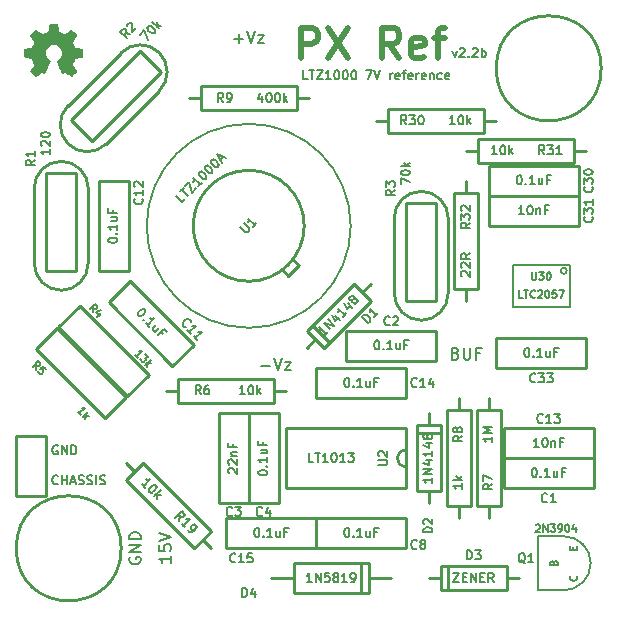
<source format=gto>
G04 (created by PCBNEW (22-Jun-2014 BZR 4027)-stable) date Tue 23 Jan 2018 05:46:58 AM CST*
%MOIN*%
G04 Gerber Fmt 3.4, Leading zero omitted, Abs format*
%FSLAX34Y34*%
G01*
G70*
G90*
G04 APERTURE LIST*
%ADD10C,0.00590551*%
%ADD11C,0.008*%
%ADD12C,0.006*%
%ADD13C,0.00787402*%
%ADD14C,0.007*%
%ADD15C,0.02*%
%ADD16C,0.01*%
%ADD17C,0.005*%
%ADD18C,0.0001*%
G04 APERTURE END LIST*
G54D10*
G54D11*
X92647Y-36752D02*
X92704Y-36771D01*
X92723Y-36790D01*
X92742Y-36828D01*
X92742Y-36885D01*
X92723Y-36923D01*
X92704Y-36942D01*
X92666Y-36961D01*
X92514Y-36961D01*
X92514Y-36561D01*
X92647Y-36561D01*
X92685Y-36580D01*
X92704Y-36600D01*
X92723Y-36638D01*
X92723Y-36676D01*
X92704Y-36714D01*
X92685Y-36733D01*
X92647Y-36752D01*
X92514Y-36752D01*
X92914Y-36561D02*
X92914Y-36885D01*
X92933Y-36923D01*
X92952Y-36942D01*
X92990Y-36961D01*
X93066Y-36961D01*
X93104Y-36942D01*
X93123Y-36923D01*
X93142Y-36885D01*
X93142Y-36561D01*
X93466Y-36752D02*
X93333Y-36752D01*
X93333Y-36961D02*
X93333Y-36561D01*
X93523Y-36561D01*
G54D12*
X79392Y-41092D02*
X79378Y-41107D01*
X79335Y-41121D01*
X79307Y-41121D01*
X79264Y-41107D01*
X79235Y-41078D01*
X79221Y-41050D01*
X79207Y-40992D01*
X79207Y-40950D01*
X79221Y-40892D01*
X79235Y-40864D01*
X79264Y-40835D01*
X79307Y-40821D01*
X79335Y-40821D01*
X79378Y-40835D01*
X79392Y-40850D01*
X79521Y-41121D02*
X79521Y-40821D01*
X79521Y-40964D02*
X79692Y-40964D01*
X79692Y-41121D02*
X79692Y-40821D01*
X79821Y-41035D02*
X79964Y-41035D01*
X79792Y-41121D02*
X79892Y-40821D01*
X79992Y-41121D01*
X80078Y-41107D02*
X80121Y-41121D01*
X80192Y-41121D01*
X80221Y-41107D01*
X80235Y-41092D01*
X80250Y-41064D01*
X80250Y-41035D01*
X80235Y-41007D01*
X80221Y-40992D01*
X80192Y-40978D01*
X80135Y-40964D01*
X80107Y-40950D01*
X80092Y-40935D01*
X80078Y-40907D01*
X80078Y-40878D01*
X80092Y-40850D01*
X80107Y-40835D01*
X80135Y-40821D01*
X80207Y-40821D01*
X80250Y-40835D01*
X80364Y-41107D02*
X80407Y-41121D01*
X80478Y-41121D01*
X80507Y-41107D01*
X80521Y-41092D01*
X80535Y-41064D01*
X80535Y-41035D01*
X80521Y-41007D01*
X80507Y-40992D01*
X80478Y-40978D01*
X80421Y-40964D01*
X80392Y-40950D01*
X80378Y-40935D01*
X80364Y-40907D01*
X80364Y-40878D01*
X80378Y-40850D01*
X80392Y-40835D01*
X80421Y-40821D01*
X80492Y-40821D01*
X80535Y-40835D01*
X80664Y-41121D02*
X80664Y-40821D01*
X80792Y-41107D02*
X80835Y-41121D01*
X80907Y-41121D01*
X80935Y-41107D01*
X80950Y-41092D01*
X80964Y-41064D01*
X80964Y-41035D01*
X80950Y-41007D01*
X80935Y-40992D01*
X80907Y-40978D01*
X80850Y-40964D01*
X80821Y-40950D01*
X80807Y-40935D01*
X80792Y-40907D01*
X80792Y-40878D01*
X80807Y-40850D01*
X80821Y-40835D01*
X80850Y-40821D01*
X80921Y-40821D01*
X80964Y-40835D01*
X79378Y-39835D02*
X79350Y-39821D01*
X79307Y-39821D01*
X79264Y-39835D01*
X79235Y-39864D01*
X79221Y-39892D01*
X79207Y-39950D01*
X79207Y-39992D01*
X79221Y-40050D01*
X79235Y-40078D01*
X79264Y-40107D01*
X79307Y-40121D01*
X79335Y-40121D01*
X79378Y-40107D01*
X79392Y-40092D01*
X79392Y-39992D01*
X79335Y-39992D01*
X79521Y-40121D02*
X79521Y-39821D01*
X79692Y-40121D01*
X79692Y-39821D01*
X79835Y-40121D02*
X79835Y-39821D01*
X79907Y-39821D01*
X79950Y-39835D01*
X79978Y-39864D01*
X79992Y-39892D01*
X80007Y-39950D01*
X80007Y-39992D01*
X79992Y-40050D01*
X79978Y-40078D01*
X79950Y-40107D01*
X79907Y-40121D01*
X79835Y-40121D01*
G54D13*
X89150Y-32500D02*
G75*
G03X89150Y-32500I-3400J0D01*
G74*
G01*
G54D12*
X92542Y-26671D02*
X92614Y-26871D01*
X92685Y-26671D01*
X92785Y-26600D02*
X92800Y-26585D01*
X92828Y-26571D01*
X92900Y-26571D01*
X92928Y-26585D01*
X92942Y-26600D01*
X92957Y-26628D01*
X92957Y-26657D01*
X92942Y-26700D01*
X92771Y-26871D01*
X92957Y-26871D01*
X93085Y-26842D02*
X93099Y-26857D01*
X93085Y-26871D01*
X93071Y-26857D01*
X93085Y-26842D01*
X93085Y-26871D01*
X93214Y-26600D02*
X93228Y-26585D01*
X93257Y-26571D01*
X93328Y-26571D01*
X93357Y-26585D01*
X93371Y-26600D01*
X93385Y-26628D01*
X93385Y-26657D01*
X93371Y-26700D01*
X93199Y-26871D01*
X93385Y-26871D01*
X93514Y-26871D02*
X93514Y-26571D01*
X93514Y-26685D02*
X93542Y-26671D01*
X93599Y-26671D01*
X93628Y-26685D01*
X93642Y-26700D01*
X93657Y-26728D01*
X93657Y-26814D01*
X93642Y-26842D01*
X93628Y-26857D01*
X93599Y-26871D01*
X93542Y-26871D01*
X93514Y-26857D01*
G54D14*
X87714Y-27621D02*
X87571Y-27621D01*
X87571Y-27321D01*
X87771Y-27321D02*
X87942Y-27321D01*
X87857Y-27621D02*
X87857Y-27321D01*
X88014Y-27321D02*
X88214Y-27321D01*
X88014Y-27621D01*
X88214Y-27621D01*
X88485Y-27621D02*
X88314Y-27621D01*
X88399Y-27621D02*
X88399Y-27321D01*
X88371Y-27364D01*
X88342Y-27392D01*
X88314Y-27407D01*
X88671Y-27321D02*
X88699Y-27321D01*
X88728Y-27335D01*
X88742Y-27350D01*
X88757Y-27378D01*
X88771Y-27435D01*
X88771Y-27507D01*
X88757Y-27564D01*
X88742Y-27592D01*
X88728Y-27607D01*
X88699Y-27621D01*
X88671Y-27621D01*
X88642Y-27607D01*
X88628Y-27592D01*
X88614Y-27564D01*
X88599Y-27507D01*
X88599Y-27435D01*
X88614Y-27378D01*
X88628Y-27350D01*
X88642Y-27335D01*
X88671Y-27321D01*
X88957Y-27321D02*
X88985Y-27321D01*
X89014Y-27335D01*
X89028Y-27350D01*
X89042Y-27378D01*
X89057Y-27435D01*
X89057Y-27507D01*
X89042Y-27564D01*
X89028Y-27592D01*
X89014Y-27607D01*
X88985Y-27621D01*
X88957Y-27621D01*
X88928Y-27607D01*
X88914Y-27592D01*
X88899Y-27564D01*
X88885Y-27507D01*
X88885Y-27435D01*
X88899Y-27378D01*
X88914Y-27350D01*
X88928Y-27335D01*
X88957Y-27321D01*
X89242Y-27321D02*
X89271Y-27321D01*
X89299Y-27335D01*
X89314Y-27350D01*
X89328Y-27378D01*
X89342Y-27435D01*
X89342Y-27507D01*
X89328Y-27564D01*
X89314Y-27592D01*
X89299Y-27607D01*
X89271Y-27621D01*
X89242Y-27621D01*
X89214Y-27607D01*
X89199Y-27592D01*
X89185Y-27564D01*
X89171Y-27507D01*
X89171Y-27435D01*
X89185Y-27378D01*
X89199Y-27350D01*
X89214Y-27335D01*
X89242Y-27321D01*
X89671Y-27321D02*
X89871Y-27321D01*
X89742Y-27621D01*
X89942Y-27321D02*
X90042Y-27621D01*
X90142Y-27321D01*
X90471Y-27621D02*
X90471Y-27421D01*
X90471Y-27478D02*
X90485Y-27450D01*
X90499Y-27435D01*
X90528Y-27421D01*
X90557Y-27421D01*
X90771Y-27607D02*
X90742Y-27621D01*
X90685Y-27621D01*
X90657Y-27607D01*
X90642Y-27578D01*
X90642Y-27464D01*
X90657Y-27435D01*
X90685Y-27421D01*
X90742Y-27421D01*
X90771Y-27435D01*
X90785Y-27464D01*
X90785Y-27492D01*
X90642Y-27521D01*
X90871Y-27421D02*
X90985Y-27421D01*
X90914Y-27621D02*
X90914Y-27364D01*
X90928Y-27335D01*
X90957Y-27321D01*
X90985Y-27321D01*
X91199Y-27607D02*
X91171Y-27621D01*
X91114Y-27621D01*
X91085Y-27607D01*
X91071Y-27578D01*
X91071Y-27464D01*
X91085Y-27435D01*
X91114Y-27421D01*
X91171Y-27421D01*
X91199Y-27435D01*
X91214Y-27464D01*
X91214Y-27492D01*
X91071Y-27521D01*
X91342Y-27621D02*
X91342Y-27421D01*
X91342Y-27478D02*
X91357Y-27450D01*
X91371Y-27435D01*
X91399Y-27421D01*
X91428Y-27421D01*
X91642Y-27607D02*
X91614Y-27621D01*
X91557Y-27621D01*
X91528Y-27607D01*
X91514Y-27578D01*
X91514Y-27464D01*
X91528Y-27435D01*
X91557Y-27421D01*
X91614Y-27421D01*
X91642Y-27435D01*
X91657Y-27464D01*
X91657Y-27492D01*
X91514Y-27521D01*
X91785Y-27421D02*
X91785Y-27621D01*
X91785Y-27450D02*
X91799Y-27435D01*
X91828Y-27421D01*
X91871Y-27421D01*
X91899Y-27435D01*
X91914Y-27464D01*
X91914Y-27621D01*
X92185Y-27607D02*
X92157Y-27621D01*
X92099Y-27621D01*
X92071Y-27607D01*
X92057Y-27592D01*
X92042Y-27564D01*
X92042Y-27478D01*
X92057Y-27450D01*
X92071Y-27435D01*
X92099Y-27421D01*
X92157Y-27421D01*
X92185Y-27435D01*
X92428Y-27607D02*
X92399Y-27621D01*
X92342Y-27621D01*
X92314Y-27607D01*
X92299Y-27578D01*
X92299Y-27464D01*
X92314Y-27435D01*
X92342Y-27421D01*
X92399Y-27421D01*
X92428Y-27435D01*
X92442Y-27464D01*
X92442Y-27492D01*
X92299Y-27521D01*
G54D15*
X87488Y-26904D02*
X87488Y-25904D01*
X87869Y-25904D01*
X87964Y-25952D01*
X88011Y-26000D01*
X88059Y-26095D01*
X88059Y-26238D01*
X88011Y-26333D01*
X87964Y-26380D01*
X87869Y-26428D01*
X87488Y-26428D01*
X88392Y-25904D02*
X89059Y-26904D01*
X89059Y-25904D02*
X88392Y-26904D01*
X90773Y-26904D02*
X90440Y-26428D01*
X90202Y-26904D02*
X90202Y-25904D01*
X90583Y-25904D01*
X90678Y-25952D01*
X90726Y-26000D01*
X90773Y-26095D01*
X90773Y-26238D01*
X90726Y-26333D01*
X90678Y-26380D01*
X90583Y-26428D01*
X90202Y-26428D01*
X91583Y-26857D02*
X91488Y-26904D01*
X91297Y-26904D01*
X91202Y-26857D01*
X91154Y-26761D01*
X91154Y-26380D01*
X91202Y-26285D01*
X91297Y-26238D01*
X91488Y-26238D01*
X91583Y-26285D01*
X91630Y-26380D01*
X91630Y-26476D01*
X91154Y-26571D01*
X91916Y-26238D02*
X92297Y-26238D01*
X92059Y-26904D02*
X92059Y-26047D01*
X92107Y-25952D01*
X92202Y-25904D01*
X92297Y-25904D01*
G54D11*
X81780Y-43554D02*
X81761Y-43592D01*
X81761Y-43650D01*
X81780Y-43707D01*
X81819Y-43745D01*
X81857Y-43764D01*
X81933Y-43783D01*
X81990Y-43783D01*
X82066Y-43764D01*
X82104Y-43745D01*
X82142Y-43707D01*
X82161Y-43650D01*
X82161Y-43611D01*
X82142Y-43554D01*
X82123Y-43535D01*
X81990Y-43535D01*
X81990Y-43611D01*
X82161Y-43364D02*
X81761Y-43364D01*
X82161Y-43135D01*
X81761Y-43135D01*
X82161Y-42945D02*
X81761Y-42945D01*
X81761Y-42849D01*
X81780Y-42792D01*
X81819Y-42754D01*
X81857Y-42735D01*
X81933Y-42716D01*
X81990Y-42716D01*
X82066Y-42735D01*
X82104Y-42754D01*
X82142Y-42792D01*
X82161Y-42849D01*
X82161Y-42945D01*
X83161Y-43497D02*
X83161Y-43726D01*
X83161Y-43611D02*
X82761Y-43611D01*
X82819Y-43649D01*
X82857Y-43688D01*
X82876Y-43726D01*
X82761Y-43135D02*
X82761Y-43326D01*
X82952Y-43345D01*
X82933Y-43326D01*
X82914Y-43288D01*
X82914Y-43192D01*
X82933Y-43154D01*
X82952Y-43135D01*
X82990Y-43116D01*
X83085Y-43116D01*
X83123Y-43135D01*
X83142Y-43154D01*
X83161Y-43192D01*
X83161Y-43288D01*
X83142Y-43326D01*
X83123Y-43345D01*
X82761Y-43002D02*
X83161Y-42869D01*
X82761Y-42735D01*
X86164Y-37159D02*
X86469Y-37159D01*
X86602Y-36911D02*
X86735Y-37311D01*
X86869Y-36911D01*
X86964Y-37045D02*
X87173Y-37045D01*
X86964Y-37311D01*
X87173Y-37311D01*
X85264Y-26259D02*
X85569Y-26259D01*
X85416Y-26411D02*
X85416Y-26107D01*
X85702Y-26011D02*
X85835Y-26411D01*
X85969Y-26011D01*
X86064Y-26145D02*
X86273Y-26145D01*
X86064Y-26411D01*
X86273Y-26411D01*
G54D10*
X96250Y-42850D02*
X95400Y-42850D01*
X95400Y-42850D02*
X95400Y-44650D01*
X95400Y-44650D02*
X96250Y-44650D01*
X96250Y-44650D02*
G75*
G03X97150Y-43750I0J900D01*
G74*
G01*
X97150Y-43750D02*
G75*
G03X96250Y-42850I-900J0D01*
G74*
G01*
G54D16*
X92750Y-38250D02*
X92750Y-38650D01*
X92750Y-38650D02*
X93150Y-38650D01*
X93150Y-38650D02*
X93150Y-41850D01*
X93150Y-41850D02*
X92350Y-41850D01*
X92350Y-41850D02*
X92350Y-38650D01*
X92350Y-38650D02*
X92750Y-38650D01*
X92750Y-42250D02*
X92750Y-41850D01*
X93750Y-42250D02*
X93750Y-41850D01*
X93750Y-41850D02*
X93350Y-41850D01*
X93350Y-41850D02*
X93350Y-38650D01*
X93350Y-38650D02*
X94150Y-38650D01*
X94150Y-38650D02*
X94150Y-41850D01*
X94150Y-41850D02*
X93750Y-41850D01*
X93750Y-38250D02*
X93750Y-38650D01*
X83000Y-38000D02*
X83400Y-38000D01*
X83400Y-38000D02*
X83400Y-37600D01*
X83400Y-37600D02*
X86600Y-37600D01*
X86600Y-37600D02*
X86600Y-38400D01*
X86600Y-38400D02*
X83400Y-38400D01*
X83400Y-38400D02*
X83400Y-38000D01*
X87000Y-38000D02*
X86600Y-38000D01*
X83750Y-28250D02*
X84150Y-28250D01*
X84150Y-28250D02*
X84150Y-27850D01*
X84150Y-27850D02*
X87350Y-27850D01*
X87350Y-27850D02*
X87350Y-28650D01*
X87350Y-28650D02*
X84150Y-28650D01*
X84150Y-28650D02*
X84150Y-28250D01*
X87750Y-28250D02*
X87350Y-28250D01*
X84500Y-43250D02*
X84217Y-42967D01*
X84217Y-42967D02*
X83934Y-43250D01*
X83934Y-43250D02*
X81671Y-40987D01*
X81671Y-40987D02*
X82237Y-40421D01*
X82237Y-40421D02*
X84500Y-42684D01*
X84500Y-42684D02*
X84217Y-42967D01*
X81671Y-40421D02*
X81954Y-40704D01*
X87600Y-32500D02*
G75*
G03X87600Y-32500I-1850J0D01*
G74*
G01*
X87058Y-34161D02*
X86881Y-33984D01*
X87411Y-33808D02*
X87234Y-33631D01*
X87411Y-33808D02*
X87058Y-34161D01*
X90700Y-40250D02*
G75*
G03X91000Y-40550I300J0D01*
G74*
G01*
X91000Y-39950D02*
G75*
G03X90700Y-40250I0J-300D01*
G74*
G01*
X91000Y-41250D02*
X87000Y-41250D01*
X87000Y-41250D02*
X87000Y-39250D01*
X87000Y-39250D02*
X91000Y-39250D01*
X91000Y-39250D02*
X91000Y-41250D01*
X97500Y-27250D02*
G75*
G03X97500Y-27250I-1750J0D01*
G74*
G01*
X97250Y-40250D02*
X97250Y-41250D01*
X94250Y-40250D02*
X94250Y-41250D01*
X97250Y-41250D02*
X94250Y-41250D01*
X94250Y-40250D02*
X97250Y-40250D01*
X89000Y-37000D02*
X89000Y-36000D01*
X92000Y-37000D02*
X92000Y-36000D01*
X89000Y-36000D02*
X92000Y-36000D01*
X92000Y-37000D02*
X89000Y-37000D01*
X84750Y-38750D02*
X85750Y-38750D01*
X84750Y-41750D02*
X85750Y-41750D01*
X85750Y-38750D02*
X85750Y-41750D01*
X84750Y-41750D02*
X84750Y-38750D01*
X85750Y-38750D02*
X86750Y-38750D01*
X85750Y-41750D02*
X86750Y-41750D01*
X86750Y-38750D02*
X86750Y-41750D01*
X85750Y-41750D02*
X85750Y-38750D01*
X91000Y-42250D02*
X91000Y-43250D01*
X88000Y-42250D02*
X88000Y-43250D01*
X91000Y-43250D02*
X88000Y-43250D01*
X88000Y-42250D02*
X91000Y-42250D01*
X83914Y-36457D02*
X83207Y-37164D01*
X81792Y-34335D02*
X81085Y-35042D01*
X83207Y-37164D02*
X81085Y-35042D01*
X81792Y-34335D02*
X83914Y-36457D01*
X81750Y-34000D02*
X80750Y-34000D01*
X81750Y-31000D02*
X80750Y-31000D01*
X80750Y-34000D02*
X80750Y-31000D01*
X81750Y-31000D02*
X81750Y-34000D01*
X94250Y-40250D02*
X94250Y-39250D01*
X97250Y-40250D02*
X97250Y-39250D01*
X94250Y-39250D02*
X97250Y-39250D01*
X97250Y-40250D02*
X94250Y-40250D01*
X88000Y-38250D02*
X88000Y-37250D01*
X91000Y-38250D02*
X91000Y-37250D01*
X88000Y-37250D02*
X91000Y-37250D01*
X91000Y-38250D02*
X88000Y-38250D01*
X85000Y-43250D02*
X85000Y-42250D01*
X88000Y-43250D02*
X88000Y-42250D01*
X85000Y-42250D02*
X88000Y-42250D01*
X88000Y-43250D02*
X85000Y-43250D01*
X86500Y-44250D02*
X87250Y-44250D01*
X89750Y-44250D02*
X90500Y-44250D01*
X89500Y-43750D02*
X89500Y-44750D01*
X87250Y-44750D02*
X89750Y-44750D01*
X87250Y-43750D02*
X87250Y-44750D01*
X89750Y-43750D02*
X89750Y-44750D01*
X87250Y-43750D02*
X89750Y-43750D01*
X91750Y-41350D02*
X91750Y-41750D01*
X91750Y-39150D02*
X91750Y-38750D01*
X92150Y-41350D02*
X92150Y-39150D01*
X91350Y-39150D02*
X91350Y-41350D01*
X91350Y-39400D02*
X92150Y-39400D01*
X91750Y-39150D02*
X91350Y-39150D01*
X91350Y-41350D02*
X91750Y-41350D01*
X91750Y-41350D02*
X92150Y-41350D01*
X92150Y-39150D02*
X91750Y-39150D01*
X89527Y-34722D02*
X89810Y-34439D01*
X87972Y-36277D02*
X87689Y-36560D01*
X89244Y-34439D02*
X87689Y-35994D01*
X88255Y-36560D02*
X89810Y-35005D01*
X88431Y-36383D02*
X87866Y-35818D01*
X87972Y-36277D02*
X88255Y-36560D01*
X89810Y-35005D02*
X89527Y-34722D01*
X89527Y-34722D02*
X89244Y-34439D01*
X87689Y-35994D02*
X87972Y-36277D01*
X94350Y-44250D02*
X94750Y-44250D01*
X92150Y-44250D02*
X91750Y-44250D01*
X94350Y-43850D02*
X92150Y-43850D01*
X92150Y-44650D02*
X94350Y-44650D01*
X92400Y-44650D02*
X92400Y-43850D01*
X92150Y-44250D02*
X92150Y-44650D01*
X94350Y-44650D02*
X94350Y-44250D01*
X94350Y-44250D02*
X94350Y-43850D01*
X92150Y-43850D02*
X92150Y-44250D01*
X79835Y-28957D02*
X82133Y-26659D01*
X82840Y-27366D02*
X80542Y-29664D01*
X79729Y-28497D02*
X81497Y-26729D01*
X82770Y-28002D02*
X81002Y-29770D01*
X79729Y-29770D02*
G75*
G03X81002Y-29770I636J636D01*
G74*
G01*
X79729Y-28497D02*
G75*
G03X79729Y-29770I636J-636D01*
G74*
G01*
X82770Y-26729D02*
G75*
G03X81497Y-26729I-636J-636D01*
G74*
G01*
X82770Y-28002D02*
G75*
G03X82770Y-26729I-636J636D01*
G74*
G01*
X79729Y-29770D02*
G75*
G03X81002Y-29770I636J636D01*
G74*
G01*
X80542Y-29664D02*
X79835Y-28957D01*
X82133Y-26659D02*
X82840Y-27366D01*
X79000Y-34000D02*
X79000Y-30750D01*
X80000Y-30750D02*
X80000Y-34000D01*
X78600Y-33750D02*
X78600Y-31250D01*
X80400Y-31250D02*
X80400Y-33750D01*
X79500Y-34650D02*
G75*
G03X80400Y-33750I0J900D01*
G74*
G01*
X78600Y-33750D02*
G75*
G03X79500Y-34650I900J0D01*
G74*
G01*
X79500Y-30350D02*
G75*
G03X78600Y-31250I0J-900D01*
G74*
G01*
X80400Y-31250D02*
G75*
G03X79500Y-30350I-900J0D01*
G74*
G01*
X79500Y-34650D02*
G75*
G03X80400Y-33750I0J900D01*
G74*
G01*
X80000Y-34000D02*
X79000Y-34000D01*
X79000Y-30750D02*
X80000Y-30750D01*
X91000Y-35000D02*
X91000Y-31750D01*
X92000Y-31750D02*
X92000Y-35000D01*
X90600Y-34750D02*
X90600Y-32250D01*
X92400Y-32250D02*
X92400Y-34750D01*
X91500Y-35650D02*
G75*
G03X92400Y-34750I0J900D01*
G74*
G01*
X90600Y-34750D02*
G75*
G03X91500Y-35650I900J0D01*
G74*
G01*
X91500Y-31350D02*
G75*
G03X90600Y-32250I0J-900D01*
G74*
G01*
X92400Y-32250D02*
G75*
G03X91500Y-31350I-900J0D01*
G74*
G01*
X91500Y-35650D02*
G75*
G03X92400Y-34750I0J900D01*
G74*
G01*
X92000Y-35000D02*
X91000Y-35000D01*
X91000Y-31750D02*
X92000Y-31750D01*
X78000Y-41500D02*
X78000Y-39500D01*
X78000Y-39500D02*
X79000Y-39500D01*
X79000Y-39500D02*
X79000Y-41500D01*
X79000Y-41500D02*
X78000Y-41500D01*
X81500Y-43250D02*
G75*
G03X81500Y-43250I-1750J0D01*
G74*
G01*
G54D17*
X96350Y-34000D02*
G75*
G03X96350Y-34000I-100J0D01*
G74*
G01*
X94550Y-35200D02*
X94550Y-33800D01*
X96450Y-35200D02*
X96450Y-33800D01*
X96450Y-33800D02*
X94550Y-33800D01*
X96450Y-35200D02*
X94550Y-35200D01*
G54D16*
X90000Y-29000D02*
X90400Y-29000D01*
X90400Y-29000D02*
X90400Y-28600D01*
X90400Y-28600D02*
X93600Y-28600D01*
X93600Y-28600D02*
X93600Y-29400D01*
X93600Y-29400D02*
X90400Y-29400D01*
X90400Y-29400D02*
X90400Y-29000D01*
X94000Y-29000D02*
X93600Y-29000D01*
X97000Y-30000D02*
X96600Y-30000D01*
X96600Y-30000D02*
X96600Y-30400D01*
X96600Y-30400D02*
X93400Y-30400D01*
X93400Y-30400D02*
X93400Y-29600D01*
X93400Y-29600D02*
X96600Y-29600D01*
X96600Y-29600D02*
X96600Y-30000D01*
X93000Y-30000D02*
X93400Y-30000D01*
X93000Y-31000D02*
X93000Y-31400D01*
X93000Y-31400D02*
X93400Y-31400D01*
X93400Y-31400D02*
X93400Y-34600D01*
X93400Y-34600D02*
X92600Y-34600D01*
X92600Y-34600D02*
X92600Y-31400D01*
X92600Y-31400D02*
X93000Y-31400D01*
X93000Y-35000D02*
X93000Y-34600D01*
X96750Y-30500D02*
X96750Y-31500D01*
X93750Y-30500D02*
X93750Y-31500D01*
X96750Y-31500D02*
X93750Y-31500D01*
X93750Y-30500D02*
X96750Y-30500D01*
X93750Y-32500D02*
X93750Y-31500D01*
X96750Y-32500D02*
X96750Y-31500D01*
X93750Y-31500D02*
X96750Y-31500D01*
X96750Y-32500D02*
X93750Y-32500D01*
X94000Y-37250D02*
X94000Y-36250D01*
X97000Y-37250D02*
X97000Y-36250D01*
X94000Y-36250D02*
X97000Y-36250D01*
X97000Y-37250D02*
X94000Y-37250D01*
G54D18*
G36*
X78654Y-27534D02*
X78664Y-27528D01*
X78687Y-27514D01*
X78720Y-27492D01*
X78759Y-27466D01*
X78798Y-27440D01*
X78830Y-27419D01*
X78852Y-27404D01*
X78862Y-27399D01*
X78867Y-27401D01*
X78885Y-27410D01*
X78912Y-27424D01*
X78928Y-27432D01*
X78952Y-27442D01*
X78965Y-27445D01*
X78967Y-27441D01*
X78976Y-27422D01*
X78990Y-27390D01*
X79008Y-27347D01*
X79030Y-27297D01*
X79052Y-27244D01*
X79075Y-27189D01*
X79097Y-27136D01*
X79116Y-27089D01*
X79132Y-27051D01*
X79142Y-27024D01*
X79146Y-27013D01*
X79145Y-27010D01*
X79132Y-26998D01*
X79111Y-26982D01*
X79064Y-26944D01*
X79018Y-26887D01*
X78990Y-26822D01*
X78981Y-26749D01*
X78989Y-26682D01*
X79015Y-26618D01*
X79060Y-26560D01*
X79115Y-26517D01*
X79179Y-26490D01*
X79250Y-26481D01*
X79318Y-26489D01*
X79384Y-26515D01*
X79442Y-26559D01*
X79467Y-26587D01*
X79501Y-26646D01*
X79520Y-26708D01*
X79522Y-26724D01*
X79519Y-26793D01*
X79499Y-26860D01*
X79462Y-26919D01*
X79411Y-26968D01*
X79405Y-26972D01*
X79382Y-26990D01*
X79366Y-27002D01*
X79354Y-27012D01*
X79442Y-27224D01*
X79456Y-27257D01*
X79480Y-27315D01*
X79501Y-27365D01*
X79518Y-27405D01*
X79530Y-27431D01*
X79535Y-27442D01*
X79535Y-27443D01*
X79543Y-27444D01*
X79559Y-27438D01*
X79589Y-27424D01*
X79608Y-27414D01*
X79631Y-27403D01*
X79641Y-27399D01*
X79650Y-27404D01*
X79671Y-27418D01*
X79703Y-27439D01*
X79741Y-27464D01*
X79777Y-27489D01*
X79810Y-27511D01*
X79834Y-27526D01*
X79846Y-27533D01*
X79848Y-27533D01*
X79858Y-27527D01*
X79877Y-27511D01*
X79906Y-27484D01*
X79947Y-27443D01*
X79953Y-27437D01*
X79987Y-27403D01*
X80014Y-27374D01*
X80032Y-27354D01*
X80039Y-27345D01*
X80039Y-27345D01*
X80033Y-27333D01*
X80018Y-27309D01*
X79996Y-27275D01*
X79969Y-27236D01*
X79899Y-27134D01*
X79937Y-27038D01*
X79949Y-27008D01*
X79964Y-26973D01*
X79975Y-26947D01*
X79981Y-26936D01*
X79991Y-26932D01*
X80018Y-26926D01*
X80056Y-26918D01*
X80101Y-26910D01*
X80145Y-26902D01*
X80184Y-26894D01*
X80212Y-26889D01*
X80225Y-26886D01*
X80228Y-26884D01*
X80231Y-26878D01*
X80232Y-26865D01*
X80233Y-26841D01*
X80234Y-26804D01*
X80234Y-26749D01*
X80234Y-26743D01*
X80233Y-26692D01*
X80232Y-26650D01*
X80231Y-26624D01*
X80229Y-26613D01*
X80229Y-26613D01*
X80217Y-26610D01*
X80189Y-26604D01*
X80150Y-26597D01*
X80103Y-26588D01*
X80100Y-26587D01*
X80054Y-26578D01*
X80015Y-26570D01*
X79987Y-26564D01*
X79976Y-26560D01*
X79973Y-26557D01*
X79964Y-26539D01*
X79951Y-26510D01*
X79935Y-26475D01*
X79920Y-26438D01*
X79907Y-26405D01*
X79898Y-26381D01*
X79895Y-26370D01*
X79896Y-26369D01*
X79903Y-26358D01*
X79919Y-26334D01*
X79941Y-26301D01*
X79968Y-26261D01*
X79970Y-26258D01*
X79997Y-26219D01*
X80019Y-26185D01*
X80033Y-26162D01*
X80039Y-26151D01*
X80039Y-26150D01*
X80030Y-26138D01*
X80010Y-26116D01*
X79981Y-26086D01*
X79947Y-26051D01*
X79936Y-26041D01*
X79897Y-26003D01*
X79871Y-25979D01*
X79854Y-25966D01*
X79846Y-25963D01*
X79846Y-25963D01*
X79834Y-25970D01*
X79809Y-25986D01*
X79776Y-26009D01*
X79736Y-26036D01*
X79733Y-26038D01*
X79694Y-26065D01*
X79661Y-26087D01*
X79638Y-26103D01*
X79627Y-26109D01*
X79626Y-26109D01*
X79610Y-26104D01*
X79582Y-26094D01*
X79547Y-26081D01*
X79511Y-26066D01*
X79478Y-26052D01*
X79453Y-26041D01*
X79441Y-26034D01*
X79441Y-26034D01*
X79437Y-26020D01*
X79430Y-25990D01*
X79422Y-25950D01*
X79412Y-25902D01*
X79411Y-25894D01*
X79402Y-25847D01*
X79395Y-25808D01*
X79389Y-25781D01*
X79386Y-25770D01*
X79380Y-25769D01*
X79357Y-25767D01*
X79322Y-25766D01*
X79279Y-25766D01*
X79235Y-25766D01*
X79192Y-25767D01*
X79155Y-25768D01*
X79128Y-25770D01*
X79117Y-25772D01*
X79117Y-25773D01*
X79113Y-25788D01*
X79106Y-25817D01*
X79098Y-25858D01*
X79089Y-25906D01*
X79087Y-25915D01*
X79078Y-25961D01*
X79070Y-26000D01*
X79065Y-26026D01*
X79062Y-26037D01*
X79057Y-26039D01*
X79038Y-26047D01*
X79007Y-26060D01*
X78968Y-26076D01*
X78878Y-26112D01*
X78767Y-26037D01*
X78757Y-26030D01*
X78717Y-26003D01*
X78685Y-25981D01*
X78662Y-25966D01*
X78653Y-25961D01*
X78652Y-25961D01*
X78641Y-25971D01*
X78619Y-25992D01*
X78589Y-26021D01*
X78554Y-26055D01*
X78529Y-26081D01*
X78498Y-26112D01*
X78479Y-26133D01*
X78468Y-26146D01*
X78465Y-26154D01*
X78466Y-26160D01*
X78473Y-26171D01*
X78489Y-26195D01*
X78512Y-26229D01*
X78539Y-26268D01*
X78561Y-26301D01*
X78585Y-26338D01*
X78600Y-26364D01*
X78606Y-26377D01*
X78604Y-26382D01*
X78597Y-26404D01*
X78583Y-26437D01*
X78567Y-26476D01*
X78528Y-26563D01*
X78471Y-26574D01*
X78436Y-26581D01*
X78388Y-26590D01*
X78341Y-26599D01*
X78269Y-26613D01*
X78266Y-26879D01*
X78277Y-26884D01*
X78288Y-26887D01*
X78315Y-26893D01*
X78353Y-26901D01*
X78399Y-26909D01*
X78437Y-26916D01*
X78476Y-26924D01*
X78504Y-26929D01*
X78516Y-26932D01*
X78520Y-26936D01*
X78529Y-26955D01*
X78543Y-26985D01*
X78559Y-27021D01*
X78574Y-27058D01*
X78588Y-27093D01*
X78597Y-27119D01*
X78601Y-27132D01*
X78596Y-27143D01*
X78581Y-27166D01*
X78560Y-27198D01*
X78533Y-27237D01*
X78507Y-27275D01*
X78484Y-27308D01*
X78469Y-27332D01*
X78462Y-27343D01*
X78466Y-27350D01*
X78481Y-27369D01*
X78510Y-27399D01*
X78554Y-27442D01*
X78561Y-27449D01*
X78595Y-27482D01*
X78624Y-27509D01*
X78645Y-27527D01*
X78654Y-27534D01*
X78654Y-27534D01*
G37*
G54D16*
X79409Y-35866D02*
X81707Y-38164D01*
X80116Y-35159D02*
X82414Y-37457D01*
X82414Y-37457D02*
X81707Y-38164D01*
X79409Y-35866D02*
X80116Y-35159D01*
X78659Y-36616D02*
X80957Y-38914D01*
X79366Y-35909D02*
X81664Y-38207D01*
X81664Y-38207D02*
X80957Y-38914D01*
X78659Y-36616D02*
X79366Y-35909D01*
G54D12*
X94971Y-43750D02*
X94942Y-43735D01*
X94914Y-43707D01*
X94871Y-43664D01*
X94842Y-43650D01*
X94814Y-43650D01*
X94828Y-43721D02*
X94800Y-43707D01*
X94771Y-43678D01*
X94757Y-43621D01*
X94757Y-43521D01*
X94771Y-43464D01*
X94800Y-43435D01*
X94828Y-43421D01*
X94885Y-43421D01*
X94914Y-43435D01*
X94942Y-43464D01*
X94957Y-43521D01*
X94957Y-43621D01*
X94942Y-43678D01*
X94914Y-43707D01*
X94885Y-43721D01*
X94828Y-43721D01*
X95242Y-43721D02*
X95071Y-43721D01*
X95157Y-43721D02*
X95157Y-43421D01*
X95128Y-43464D01*
X95100Y-43492D01*
X95071Y-43507D01*
G54D17*
X95321Y-42475D02*
X95333Y-42463D01*
X95357Y-42451D01*
X95416Y-42451D01*
X95440Y-42463D01*
X95452Y-42475D01*
X95464Y-42498D01*
X95464Y-42522D01*
X95452Y-42558D01*
X95309Y-42701D01*
X95464Y-42701D01*
X95571Y-42701D02*
X95571Y-42451D01*
X95714Y-42701D01*
X95714Y-42451D01*
X95809Y-42451D02*
X95964Y-42451D01*
X95880Y-42546D01*
X95916Y-42546D01*
X95940Y-42558D01*
X95952Y-42570D01*
X95964Y-42594D01*
X95964Y-42653D01*
X95952Y-42677D01*
X95940Y-42689D01*
X95916Y-42701D01*
X95845Y-42701D01*
X95821Y-42689D01*
X95809Y-42677D01*
X96083Y-42701D02*
X96130Y-42701D01*
X96154Y-42689D01*
X96166Y-42677D01*
X96190Y-42641D01*
X96202Y-42594D01*
X96202Y-42498D01*
X96190Y-42475D01*
X96178Y-42463D01*
X96154Y-42451D01*
X96107Y-42451D01*
X96083Y-42463D01*
X96071Y-42475D01*
X96059Y-42498D01*
X96059Y-42558D01*
X96071Y-42582D01*
X96083Y-42594D01*
X96107Y-42605D01*
X96154Y-42605D01*
X96178Y-42594D01*
X96190Y-42582D01*
X96202Y-42558D01*
X96357Y-42451D02*
X96380Y-42451D01*
X96404Y-42463D01*
X96416Y-42475D01*
X96428Y-42498D01*
X96440Y-42546D01*
X96440Y-42605D01*
X96428Y-42653D01*
X96416Y-42677D01*
X96404Y-42689D01*
X96380Y-42701D01*
X96357Y-42701D01*
X96333Y-42689D01*
X96321Y-42677D01*
X96309Y-42653D01*
X96297Y-42605D01*
X96297Y-42546D01*
X96309Y-42498D01*
X96321Y-42475D01*
X96333Y-42463D01*
X96357Y-42451D01*
X96654Y-42534D02*
X96654Y-42701D01*
X96595Y-42439D02*
X96535Y-42617D01*
X96690Y-42617D01*
X96570Y-43303D02*
X96570Y-43220D01*
X96701Y-43184D02*
X96701Y-43303D01*
X96451Y-43303D01*
X96451Y-43184D01*
X95920Y-43732D02*
X95932Y-43696D01*
X95944Y-43684D01*
X95967Y-43672D01*
X96003Y-43672D01*
X96027Y-43684D01*
X96039Y-43696D01*
X96051Y-43720D01*
X96051Y-43815D01*
X95801Y-43815D01*
X95801Y-43732D01*
X95813Y-43708D01*
X95825Y-43696D01*
X95848Y-43684D01*
X95872Y-43684D01*
X95896Y-43696D01*
X95908Y-43708D01*
X95920Y-43732D01*
X95920Y-43815D01*
X96677Y-44172D02*
X96689Y-44184D01*
X96701Y-44220D01*
X96701Y-44244D01*
X96689Y-44279D01*
X96665Y-44303D01*
X96641Y-44315D01*
X96594Y-44327D01*
X96558Y-44327D01*
X96510Y-44315D01*
X96486Y-44303D01*
X96463Y-44279D01*
X96451Y-44244D01*
X96451Y-44220D01*
X96463Y-44184D01*
X96475Y-44172D01*
G54D12*
X92871Y-39500D02*
X92728Y-39600D01*
X92871Y-39671D02*
X92571Y-39671D01*
X92571Y-39557D01*
X92585Y-39528D01*
X92600Y-39514D01*
X92628Y-39500D01*
X92671Y-39500D01*
X92700Y-39514D01*
X92714Y-39528D01*
X92728Y-39557D01*
X92728Y-39671D01*
X92700Y-39328D02*
X92685Y-39357D01*
X92671Y-39371D01*
X92642Y-39385D01*
X92628Y-39385D01*
X92600Y-39371D01*
X92585Y-39357D01*
X92571Y-39328D01*
X92571Y-39271D01*
X92585Y-39242D01*
X92600Y-39228D01*
X92628Y-39214D01*
X92642Y-39214D01*
X92671Y-39228D01*
X92685Y-39242D01*
X92700Y-39271D01*
X92700Y-39328D01*
X92714Y-39357D01*
X92728Y-39371D01*
X92757Y-39385D01*
X92814Y-39385D01*
X92842Y-39371D01*
X92857Y-39357D01*
X92871Y-39328D01*
X92871Y-39271D01*
X92857Y-39242D01*
X92842Y-39228D01*
X92814Y-39214D01*
X92757Y-39214D01*
X92728Y-39228D01*
X92714Y-39242D01*
X92700Y-39271D01*
X92871Y-41085D02*
X92871Y-41257D01*
X92871Y-41171D02*
X92571Y-41171D01*
X92614Y-41199D01*
X92642Y-41228D01*
X92657Y-41257D01*
X92871Y-40957D02*
X92571Y-40957D01*
X92757Y-40928D02*
X92871Y-40842D01*
X92671Y-40842D02*
X92785Y-40957D01*
X93871Y-41100D02*
X93728Y-41200D01*
X93871Y-41271D02*
X93571Y-41271D01*
X93571Y-41157D01*
X93585Y-41128D01*
X93600Y-41114D01*
X93628Y-41100D01*
X93671Y-41100D01*
X93700Y-41114D01*
X93714Y-41128D01*
X93728Y-41157D01*
X93728Y-41271D01*
X93571Y-41000D02*
X93571Y-40800D01*
X93871Y-40928D01*
X93871Y-39535D02*
X93871Y-39707D01*
X93871Y-39621D02*
X93571Y-39621D01*
X93614Y-39649D01*
X93642Y-39678D01*
X93657Y-39707D01*
X93871Y-39407D02*
X93571Y-39407D01*
X93785Y-39307D01*
X93571Y-39207D01*
X93871Y-39207D01*
X84150Y-38121D02*
X84050Y-37978D01*
X83978Y-38121D02*
X83978Y-37821D01*
X84092Y-37821D01*
X84121Y-37835D01*
X84135Y-37850D01*
X84150Y-37878D01*
X84150Y-37921D01*
X84135Y-37950D01*
X84121Y-37964D01*
X84092Y-37978D01*
X83978Y-37978D01*
X84407Y-37821D02*
X84350Y-37821D01*
X84321Y-37835D01*
X84307Y-37850D01*
X84278Y-37892D01*
X84264Y-37950D01*
X84264Y-38064D01*
X84278Y-38092D01*
X84292Y-38107D01*
X84321Y-38121D01*
X84378Y-38121D01*
X84407Y-38107D01*
X84421Y-38092D01*
X84435Y-38064D01*
X84435Y-37992D01*
X84421Y-37964D01*
X84407Y-37950D01*
X84378Y-37935D01*
X84321Y-37935D01*
X84292Y-37950D01*
X84278Y-37964D01*
X84264Y-37992D01*
X85621Y-38121D02*
X85450Y-38121D01*
X85535Y-38121D02*
X85535Y-37821D01*
X85507Y-37864D01*
X85478Y-37892D01*
X85450Y-37907D01*
X85807Y-37821D02*
X85835Y-37821D01*
X85864Y-37835D01*
X85878Y-37850D01*
X85892Y-37878D01*
X85907Y-37935D01*
X85907Y-38007D01*
X85892Y-38064D01*
X85878Y-38092D01*
X85864Y-38107D01*
X85835Y-38121D01*
X85807Y-38121D01*
X85778Y-38107D01*
X85764Y-38092D01*
X85750Y-38064D01*
X85735Y-38007D01*
X85735Y-37935D01*
X85750Y-37878D01*
X85764Y-37850D01*
X85778Y-37835D01*
X85807Y-37821D01*
X86035Y-38121D02*
X86035Y-37821D01*
X86064Y-38007D02*
X86150Y-38121D01*
X86150Y-37921D02*
X86035Y-38035D01*
X84900Y-28371D02*
X84800Y-28228D01*
X84728Y-28371D02*
X84728Y-28071D01*
X84842Y-28071D01*
X84871Y-28085D01*
X84885Y-28100D01*
X84900Y-28128D01*
X84900Y-28171D01*
X84885Y-28200D01*
X84871Y-28214D01*
X84842Y-28228D01*
X84728Y-28228D01*
X85042Y-28371D02*
X85100Y-28371D01*
X85128Y-28357D01*
X85142Y-28342D01*
X85171Y-28300D01*
X85185Y-28242D01*
X85185Y-28128D01*
X85171Y-28100D01*
X85157Y-28085D01*
X85128Y-28071D01*
X85071Y-28071D01*
X85042Y-28085D01*
X85028Y-28100D01*
X85014Y-28128D01*
X85014Y-28200D01*
X85028Y-28228D01*
X85042Y-28242D01*
X85071Y-28257D01*
X85128Y-28257D01*
X85157Y-28242D01*
X85171Y-28228D01*
X85185Y-28200D01*
X86200Y-28171D02*
X86200Y-28371D01*
X86128Y-28057D02*
X86057Y-28271D01*
X86242Y-28271D01*
X86414Y-28071D02*
X86442Y-28071D01*
X86471Y-28085D01*
X86485Y-28100D01*
X86500Y-28128D01*
X86514Y-28185D01*
X86514Y-28257D01*
X86500Y-28314D01*
X86485Y-28342D01*
X86471Y-28357D01*
X86442Y-28371D01*
X86414Y-28371D01*
X86385Y-28357D01*
X86371Y-28342D01*
X86357Y-28314D01*
X86342Y-28257D01*
X86342Y-28185D01*
X86357Y-28128D01*
X86371Y-28100D01*
X86385Y-28085D01*
X86414Y-28071D01*
X86700Y-28071D02*
X86728Y-28071D01*
X86757Y-28085D01*
X86771Y-28100D01*
X86785Y-28128D01*
X86800Y-28185D01*
X86800Y-28257D01*
X86785Y-28314D01*
X86771Y-28342D01*
X86757Y-28357D01*
X86728Y-28371D01*
X86700Y-28371D01*
X86671Y-28357D01*
X86657Y-28342D01*
X86642Y-28314D01*
X86628Y-28257D01*
X86628Y-28185D01*
X86642Y-28128D01*
X86657Y-28100D01*
X86671Y-28085D01*
X86700Y-28071D01*
X86928Y-28371D02*
X86928Y-28071D01*
X86957Y-28257D02*
X87042Y-28371D01*
X87042Y-28171D02*
X86928Y-28285D01*
X83429Y-42350D02*
X83459Y-42179D01*
X83308Y-42229D02*
X83520Y-42017D01*
X83600Y-42098D01*
X83611Y-42128D01*
X83611Y-42148D01*
X83600Y-42179D01*
X83570Y-42209D01*
X83540Y-42219D01*
X83520Y-42219D01*
X83489Y-42209D01*
X83409Y-42128D01*
X83631Y-42552D02*
X83510Y-42431D01*
X83570Y-42492D02*
X83782Y-42280D01*
X83732Y-42290D01*
X83691Y-42290D01*
X83661Y-42280D01*
X83732Y-42654D02*
X83772Y-42694D01*
X83802Y-42704D01*
X83823Y-42704D01*
X83873Y-42694D01*
X83924Y-42664D01*
X84005Y-42583D01*
X84015Y-42552D01*
X84015Y-42532D01*
X84005Y-42502D01*
X83964Y-42462D01*
X83934Y-42451D01*
X83914Y-42451D01*
X83883Y-42462D01*
X83833Y-42512D01*
X83823Y-42542D01*
X83823Y-42563D01*
X83833Y-42593D01*
X83873Y-42633D01*
X83904Y-42643D01*
X83924Y-42643D01*
X83954Y-42633D01*
X82307Y-41229D02*
X82186Y-41108D01*
X82247Y-41169D02*
X82459Y-40956D01*
X82408Y-40967D01*
X82368Y-40967D01*
X82338Y-40956D01*
X82651Y-41148D02*
X82671Y-41169D01*
X82681Y-41199D01*
X82681Y-41219D01*
X82671Y-41249D01*
X82641Y-41300D01*
X82590Y-41350D01*
X82540Y-41381D01*
X82510Y-41391D01*
X82489Y-41391D01*
X82459Y-41381D01*
X82439Y-41361D01*
X82429Y-41330D01*
X82429Y-41310D01*
X82439Y-41280D01*
X82469Y-41229D01*
X82520Y-41179D01*
X82570Y-41148D01*
X82600Y-41138D01*
X82621Y-41138D01*
X82651Y-41148D01*
X82600Y-41522D02*
X82813Y-41310D01*
X82701Y-41462D02*
X82681Y-41603D01*
X82823Y-41462D02*
X82661Y-41462D01*
X85462Y-32535D02*
X85633Y-32707D01*
X85664Y-32717D01*
X85684Y-32717D01*
X85714Y-32707D01*
X85755Y-32666D01*
X85765Y-32636D01*
X85765Y-32616D01*
X85755Y-32585D01*
X85583Y-32414D01*
X86007Y-32414D02*
X85886Y-32535D01*
X85946Y-32474D02*
X85734Y-32262D01*
X85744Y-32313D01*
X85744Y-32353D01*
X85734Y-32383D01*
X83633Y-31606D02*
X83532Y-31707D01*
X83320Y-31494D01*
X83462Y-31353D02*
X83583Y-31232D01*
X83734Y-31504D02*
X83522Y-31292D01*
X83633Y-31181D02*
X83775Y-31040D01*
X83845Y-31393D01*
X83987Y-31252D01*
X84179Y-31060D02*
X84057Y-31181D01*
X84118Y-31121D02*
X83906Y-30909D01*
X83916Y-30959D01*
X83916Y-30999D01*
X83906Y-31030D01*
X84098Y-30717D02*
X84118Y-30696D01*
X84148Y-30686D01*
X84169Y-30686D01*
X84199Y-30696D01*
X84249Y-30727D01*
X84300Y-30777D01*
X84330Y-30828D01*
X84340Y-30858D01*
X84340Y-30878D01*
X84330Y-30909D01*
X84310Y-30929D01*
X84280Y-30939D01*
X84260Y-30939D01*
X84229Y-30929D01*
X84179Y-30898D01*
X84128Y-30848D01*
X84098Y-30797D01*
X84088Y-30767D01*
X84088Y-30747D01*
X84098Y-30717D01*
X84300Y-30515D02*
X84320Y-30494D01*
X84350Y-30484D01*
X84371Y-30484D01*
X84401Y-30494D01*
X84451Y-30525D01*
X84502Y-30575D01*
X84532Y-30626D01*
X84542Y-30656D01*
X84542Y-30676D01*
X84532Y-30706D01*
X84512Y-30727D01*
X84482Y-30737D01*
X84462Y-30737D01*
X84431Y-30727D01*
X84381Y-30696D01*
X84330Y-30646D01*
X84300Y-30595D01*
X84290Y-30565D01*
X84290Y-30545D01*
X84300Y-30515D01*
X84502Y-30313D02*
X84522Y-30292D01*
X84552Y-30282D01*
X84573Y-30282D01*
X84603Y-30292D01*
X84653Y-30323D01*
X84704Y-30373D01*
X84734Y-30424D01*
X84744Y-30454D01*
X84744Y-30474D01*
X84734Y-30504D01*
X84714Y-30525D01*
X84684Y-30535D01*
X84664Y-30535D01*
X84633Y-30525D01*
X84583Y-30494D01*
X84532Y-30444D01*
X84502Y-30393D01*
X84492Y-30363D01*
X84492Y-30343D01*
X84502Y-30313D01*
X84805Y-30313D02*
X84906Y-30212D01*
X84845Y-30393D02*
X84704Y-30110D01*
X84987Y-30252D01*
X90071Y-40478D02*
X90314Y-40478D01*
X90342Y-40464D01*
X90357Y-40450D01*
X90371Y-40421D01*
X90371Y-40364D01*
X90357Y-40335D01*
X90342Y-40321D01*
X90314Y-40307D01*
X90071Y-40307D01*
X90100Y-40178D02*
X90085Y-40164D01*
X90071Y-40135D01*
X90071Y-40064D01*
X90085Y-40035D01*
X90100Y-40021D01*
X90128Y-40007D01*
X90157Y-40007D01*
X90200Y-40021D01*
X90371Y-40192D01*
X90371Y-40007D01*
X87907Y-40371D02*
X87764Y-40371D01*
X87764Y-40071D01*
X87964Y-40071D02*
X88135Y-40071D01*
X88050Y-40371D02*
X88050Y-40071D01*
X88392Y-40371D02*
X88221Y-40371D01*
X88307Y-40371D02*
X88307Y-40071D01*
X88278Y-40114D01*
X88250Y-40142D01*
X88221Y-40157D01*
X88578Y-40071D02*
X88607Y-40071D01*
X88635Y-40085D01*
X88650Y-40100D01*
X88664Y-40128D01*
X88678Y-40185D01*
X88678Y-40257D01*
X88664Y-40314D01*
X88650Y-40342D01*
X88635Y-40357D01*
X88607Y-40371D01*
X88578Y-40371D01*
X88550Y-40357D01*
X88535Y-40342D01*
X88521Y-40314D01*
X88507Y-40257D01*
X88507Y-40185D01*
X88521Y-40128D01*
X88535Y-40100D01*
X88550Y-40085D01*
X88578Y-40071D01*
X88964Y-40371D02*
X88792Y-40371D01*
X88878Y-40371D02*
X88878Y-40071D01*
X88850Y-40114D01*
X88821Y-40142D01*
X88792Y-40157D01*
X89064Y-40071D02*
X89249Y-40071D01*
X89149Y-40185D01*
X89192Y-40185D01*
X89221Y-40200D01*
X89235Y-40214D01*
X89249Y-40242D01*
X89249Y-40314D01*
X89235Y-40342D01*
X89221Y-40357D01*
X89192Y-40371D01*
X89107Y-40371D01*
X89078Y-40357D01*
X89064Y-40342D01*
X95700Y-41692D02*
X95685Y-41707D01*
X95642Y-41721D01*
X95614Y-41721D01*
X95571Y-41707D01*
X95542Y-41678D01*
X95528Y-41650D01*
X95514Y-41592D01*
X95514Y-41550D01*
X95528Y-41492D01*
X95542Y-41464D01*
X95571Y-41435D01*
X95614Y-41421D01*
X95642Y-41421D01*
X95685Y-41435D01*
X95700Y-41450D01*
X95985Y-41721D02*
X95814Y-41721D01*
X95900Y-41721D02*
X95900Y-41421D01*
X95871Y-41464D01*
X95842Y-41492D01*
X95814Y-41507D01*
X95257Y-40571D02*
X95285Y-40571D01*
X95314Y-40585D01*
X95328Y-40600D01*
X95342Y-40628D01*
X95357Y-40685D01*
X95357Y-40757D01*
X95342Y-40814D01*
X95328Y-40842D01*
X95314Y-40857D01*
X95285Y-40871D01*
X95257Y-40871D01*
X95228Y-40857D01*
X95214Y-40842D01*
X95200Y-40814D01*
X95185Y-40757D01*
X95185Y-40685D01*
X95200Y-40628D01*
X95214Y-40600D01*
X95228Y-40585D01*
X95257Y-40571D01*
X95485Y-40842D02*
X95500Y-40857D01*
X95485Y-40871D01*
X95471Y-40857D01*
X95485Y-40842D01*
X95485Y-40871D01*
X95785Y-40871D02*
X95614Y-40871D01*
X95700Y-40871D02*
X95700Y-40571D01*
X95671Y-40614D01*
X95642Y-40642D01*
X95614Y-40657D01*
X96042Y-40671D02*
X96042Y-40871D01*
X95914Y-40671D02*
X95914Y-40828D01*
X95928Y-40857D01*
X95957Y-40871D01*
X96000Y-40871D01*
X96028Y-40857D01*
X96042Y-40842D01*
X96285Y-40714D02*
X96185Y-40714D01*
X96185Y-40871D02*
X96185Y-40571D01*
X96328Y-40571D01*
X90450Y-35792D02*
X90435Y-35807D01*
X90392Y-35821D01*
X90364Y-35821D01*
X90321Y-35807D01*
X90292Y-35778D01*
X90278Y-35750D01*
X90264Y-35692D01*
X90264Y-35650D01*
X90278Y-35592D01*
X90292Y-35564D01*
X90321Y-35535D01*
X90364Y-35521D01*
X90392Y-35521D01*
X90435Y-35535D01*
X90450Y-35550D01*
X90564Y-35550D02*
X90578Y-35535D01*
X90607Y-35521D01*
X90678Y-35521D01*
X90707Y-35535D01*
X90721Y-35550D01*
X90735Y-35578D01*
X90735Y-35607D01*
X90721Y-35650D01*
X90550Y-35821D01*
X90735Y-35821D01*
X90007Y-36321D02*
X90035Y-36321D01*
X90064Y-36335D01*
X90078Y-36350D01*
X90092Y-36378D01*
X90107Y-36435D01*
X90107Y-36507D01*
X90092Y-36564D01*
X90078Y-36592D01*
X90064Y-36607D01*
X90035Y-36621D01*
X90007Y-36621D01*
X89978Y-36607D01*
X89964Y-36592D01*
X89950Y-36564D01*
X89935Y-36507D01*
X89935Y-36435D01*
X89950Y-36378D01*
X89964Y-36350D01*
X89978Y-36335D01*
X90007Y-36321D01*
X90235Y-36592D02*
X90250Y-36607D01*
X90235Y-36621D01*
X90221Y-36607D01*
X90235Y-36592D01*
X90235Y-36621D01*
X90535Y-36621D02*
X90364Y-36621D01*
X90450Y-36621D02*
X90450Y-36321D01*
X90421Y-36364D01*
X90392Y-36392D01*
X90364Y-36407D01*
X90792Y-36421D02*
X90792Y-36621D01*
X90664Y-36421D02*
X90664Y-36578D01*
X90678Y-36607D01*
X90707Y-36621D01*
X90750Y-36621D01*
X90778Y-36607D01*
X90792Y-36592D01*
X91035Y-36464D02*
X90935Y-36464D01*
X90935Y-36621D02*
X90935Y-36321D01*
X91078Y-36321D01*
X85200Y-42142D02*
X85185Y-42157D01*
X85142Y-42171D01*
X85114Y-42171D01*
X85071Y-42157D01*
X85042Y-42128D01*
X85028Y-42100D01*
X85014Y-42042D01*
X85014Y-42000D01*
X85028Y-41942D01*
X85042Y-41914D01*
X85071Y-41885D01*
X85114Y-41871D01*
X85142Y-41871D01*
X85185Y-41885D01*
X85200Y-41900D01*
X85300Y-41871D02*
X85485Y-41871D01*
X85385Y-41985D01*
X85428Y-41985D01*
X85457Y-42000D01*
X85471Y-42014D01*
X85485Y-42042D01*
X85485Y-42114D01*
X85471Y-42142D01*
X85457Y-42157D01*
X85428Y-42171D01*
X85342Y-42171D01*
X85314Y-42157D01*
X85300Y-42142D01*
X85100Y-40742D02*
X85085Y-40728D01*
X85071Y-40700D01*
X85071Y-40628D01*
X85085Y-40600D01*
X85100Y-40585D01*
X85128Y-40571D01*
X85157Y-40571D01*
X85200Y-40585D01*
X85371Y-40757D01*
X85371Y-40571D01*
X85100Y-40457D02*
X85085Y-40442D01*
X85071Y-40414D01*
X85071Y-40342D01*
X85085Y-40314D01*
X85100Y-40300D01*
X85128Y-40285D01*
X85157Y-40285D01*
X85200Y-40300D01*
X85371Y-40471D01*
X85371Y-40285D01*
X85171Y-40157D02*
X85371Y-40157D01*
X85200Y-40157D02*
X85185Y-40142D01*
X85171Y-40114D01*
X85171Y-40071D01*
X85185Y-40042D01*
X85214Y-40028D01*
X85371Y-40028D01*
X85214Y-39785D02*
X85214Y-39885D01*
X85371Y-39885D02*
X85071Y-39885D01*
X85071Y-39742D01*
X86200Y-42142D02*
X86185Y-42157D01*
X86142Y-42171D01*
X86114Y-42171D01*
X86071Y-42157D01*
X86042Y-42128D01*
X86028Y-42100D01*
X86014Y-42042D01*
X86014Y-42000D01*
X86028Y-41942D01*
X86042Y-41914D01*
X86071Y-41885D01*
X86114Y-41871D01*
X86142Y-41871D01*
X86185Y-41885D01*
X86200Y-41900D01*
X86457Y-41971D02*
X86457Y-42171D01*
X86385Y-41857D02*
X86314Y-42071D01*
X86500Y-42071D01*
X86071Y-40742D02*
X86071Y-40714D01*
X86085Y-40685D01*
X86100Y-40671D01*
X86128Y-40657D01*
X86185Y-40642D01*
X86257Y-40642D01*
X86314Y-40657D01*
X86342Y-40671D01*
X86357Y-40685D01*
X86371Y-40714D01*
X86371Y-40742D01*
X86357Y-40771D01*
X86342Y-40785D01*
X86314Y-40799D01*
X86257Y-40814D01*
X86185Y-40814D01*
X86128Y-40799D01*
X86100Y-40785D01*
X86085Y-40771D01*
X86071Y-40742D01*
X86342Y-40514D02*
X86357Y-40500D01*
X86371Y-40514D01*
X86357Y-40528D01*
X86342Y-40514D01*
X86371Y-40514D01*
X86371Y-40214D02*
X86371Y-40385D01*
X86371Y-40300D02*
X86071Y-40300D01*
X86114Y-40328D01*
X86142Y-40357D01*
X86157Y-40385D01*
X86171Y-39957D02*
X86371Y-39957D01*
X86171Y-40085D02*
X86328Y-40085D01*
X86357Y-40071D01*
X86371Y-40042D01*
X86371Y-40000D01*
X86357Y-39971D01*
X86342Y-39957D01*
X86214Y-39714D02*
X86214Y-39814D01*
X86371Y-39814D02*
X86071Y-39814D01*
X86071Y-39671D01*
X91350Y-43242D02*
X91335Y-43257D01*
X91292Y-43271D01*
X91264Y-43271D01*
X91221Y-43257D01*
X91192Y-43228D01*
X91178Y-43200D01*
X91164Y-43142D01*
X91164Y-43100D01*
X91178Y-43042D01*
X91192Y-43014D01*
X91221Y-42985D01*
X91264Y-42971D01*
X91292Y-42971D01*
X91335Y-42985D01*
X91350Y-43000D01*
X91521Y-43100D02*
X91492Y-43085D01*
X91478Y-43071D01*
X91464Y-43042D01*
X91464Y-43028D01*
X91478Y-43000D01*
X91492Y-42985D01*
X91521Y-42971D01*
X91578Y-42971D01*
X91607Y-42985D01*
X91621Y-43000D01*
X91635Y-43028D01*
X91635Y-43042D01*
X91621Y-43071D01*
X91607Y-43085D01*
X91578Y-43100D01*
X91521Y-43100D01*
X91492Y-43114D01*
X91478Y-43128D01*
X91464Y-43157D01*
X91464Y-43214D01*
X91478Y-43242D01*
X91492Y-43257D01*
X91521Y-43271D01*
X91578Y-43271D01*
X91607Y-43257D01*
X91621Y-43242D01*
X91635Y-43214D01*
X91635Y-43157D01*
X91621Y-43128D01*
X91607Y-43114D01*
X91578Y-43100D01*
X89007Y-42571D02*
X89035Y-42571D01*
X89064Y-42585D01*
X89078Y-42600D01*
X89092Y-42628D01*
X89107Y-42685D01*
X89107Y-42757D01*
X89092Y-42814D01*
X89078Y-42842D01*
X89064Y-42857D01*
X89035Y-42871D01*
X89007Y-42871D01*
X88978Y-42857D01*
X88964Y-42842D01*
X88950Y-42814D01*
X88935Y-42757D01*
X88935Y-42685D01*
X88950Y-42628D01*
X88964Y-42600D01*
X88978Y-42585D01*
X89007Y-42571D01*
X89235Y-42842D02*
X89250Y-42857D01*
X89235Y-42871D01*
X89221Y-42857D01*
X89235Y-42842D01*
X89235Y-42871D01*
X89535Y-42871D02*
X89364Y-42871D01*
X89450Y-42871D02*
X89450Y-42571D01*
X89421Y-42614D01*
X89392Y-42642D01*
X89364Y-42657D01*
X89792Y-42671D02*
X89792Y-42871D01*
X89664Y-42671D02*
X89664Y-42828D01*
X89678Y-42857D01*
X89707Y-42871D01*
X89750Y-42871D01*
X89778Y-42857D01*
X89792Y-42842D01*
X90035Y-42714D02*
X89935Y-42714D01*
X89935Y-42871D02*
X89935Y-42571D01*
X90078Y-42571D01*
X83647Y-35879D02*
X83627Y-35879D01*
X83587Y-35859D01*
X83567Y-35838D01*
X83546Y-35798D01*
X83546Y-35758D01*
X83557Y-35727D01*
X83587Y-35677D01*
X83617Y-35646D01*
X83668Y-35616D01*
X83698Y-35606D01*
X83738Y-35606D01*
X83779Y-35626D01*
X83799Y-35646D01*
X83819Y-35687D01*
X83819Y-35707D01*
X83829Y-36101D02*
X83708Y-35980D01*
X83769Y-36040D02*
X83981Y-35828D01*
X83930Y-35838D01*
X83890Y-35838D01*
X83860Y-35828D01*
X84031Y-36303D02*
X83910Y-36182D01*
X83971Y-36242D02*
X84183Y-36030D01*
X84132Y-36040D01*
X84092Y-36040D01*
X84062Y-36030D01*
X82277Y-35275D02*
X82297Y-35295D01*
X82308Y-35325D01*
X82308Y-35345D01*
X82297Y-35376D01*
X82267Y-35426D01*
X82217Y-35477D01*
X82166Y-35507D01*
X82136Y-35517D01*
X82116Y-35517D01*
X82085Y-35507D01*
X82065Y-35487D01*
X82055Y-35457D01*
X82055Y-35436D01*
X82065Y-35406D01*
X82095Y-35356D01*
X82146Y-35305D01*
X82196Y-35275D01*
X82227Y-35265D01*
X82247Y-35265D01*
X82277Y-35275D01*
X82247Y-35628D02*
X82247Y-35648D01*
X82227Y-35648D01*
X82227Y-35628D01*
X82247Y-35628D01*
X82227Y-35648D01*
X82439Y-35861D02*
X82318Y-35739D01*
X82378Y-35800D02*
X82590Y-35588D01*
X82540Y-35598D01*
X82500Y-35598D01*
X82469Y-35588D01*
X82762Y-35901D02*
X82621Y-36042D01*
X82671Y-35810D02*
X82560Y-35921D01*
X82550Y-35952D01*
X82560Y-35982D01*
X82590Y-36012D01*
X82621Y-36022D01*
X82641Y-36022D01*
X82904Y-36103D02*
X82833Y-36032D01*
X82722Y-36143D02*
X82934Y-35931D01*
X83035Y-36032D01*
X82192Y-31592D02*
X82207Y-31607D01*
X82221Y-31650D01*
X82221Y-31678D01*
X82207Y-31721D01*
X82178Y-31750D01*
X82150Y-31764D01*
X82092Y-31778D01*
X82050Y-31778D01*
X81992Y-31764D01*
X81964Y-31750D01*
X81935Y-31721D01*
X81921Y-31678D01*
X81921Y-31650D01*
X81935Y-31607D01*
X81950Y-31592D01*
X82221Y-31307D02*
X82221Y-31478D01*
X82221Y-31392D02*
X81921Y-31392D01*
X81964Y-31421D01*
X81992Y-31450D01*
X82007Y-31478D01*
X81950Y-31192D02*
X81935Y-31178D01*
X81921Y-31150D01*
X81921Y-31078D01*
X81935Y-31050D01*
X81950Y-31035D01*
X81978Y-31021D01*
X82007Y-31021D01*
X82050Y-31035D01*
X82221Y-31207D01*
X82221Y-31021D01*
X81071Y-32992D02*
X81071Y-32964D01*
X81085Y-32935D01*
X81100Y-32921D01*
X81128Y-32907D01*
X81185Y-32892D01*
X81257Y-32892D01*
X81314Y-32907D01*
X81342Y-32921D01*
X81357Y-32935D01*
X81371Y-32964D01*
X81371Y-32992D01*
X81357Y-33021D01*
X81342Y-33035D01*
X81314Y-33049D01*
X81257Y-33064D01*
X81185Y-33064D01*
X81128Y-33049D01*
X81100Y-33035D01*
X81085Y-33021D01*
X81071Y-32992D01*
X81342Y-32764D02*
X81357Y-32750D01*
X81371Y-32764D01*
X81357Y-32778D01*
X81342Y-32764D01*
X81371Y-32764D01*
X81371Y-32464D02*
X81371Y-32635D01*
X81371Y-32550D02*
X81071Y-32550D01*
X81114Y-32578D01*
X81142Y-32607D01*
X81157Y-32635D01*
X81171Y-32207D02*
X81371Y-32207D01*
X81171Y-32335D02*
X81328Y-32335D01*
X81357Y-32321D01*
X81371Y-32292D01*
X81371Y-32250D01*
X81357Y-32221D01*
X81342Y-32207D01*
X81214Y-31964D02*
X81214Y-32064D01*
X81371Y-32064D02*
X81071Y-32064D01*
X81071Y-31921D01*
X95557Y-39042D02*
X95542Y-39057D01*
X95500Y-39071D01*
X95471Y-39071D01*
X95428Y-39057D01*
X95400Y-39028D01*
X95385Y-39000D01*
X95371Y-38942D01*
X95371Y-38900D01*
X95385Y-38842D01*
X95400Y-38814D01*
X95428Y-38785D01*
X95471Y-38771D01*
X95500Y-38771D01*
X95542Y-38785D01*
X95557Y-38800D01*
X95842Y-39071D02*
X95671Y-39071D01*
X95757Y-39071D02*
X95757Y-38771D01*
X95728Y-38814D01*
X95700Y-38842D01*
X95671Y-38857D01*
X95942Y-38771D02*
X96128Y-38771D01*
X96028Y-38885D01*
X96071Y-38885D01*
X96100Y-38900D01*
X96114Y-38914D01*
X96128Y-38942D01*
X96128Y-39014D01*
X96114Y-39042D01*
X96100Y-39057D01*
X96071Y-39071D01*
X95985Y-39071D01*
X95957Y-39057D01*
X95942Y-39042D01*
X95428Y-39871D02*
X95257Y-39871D01*
X95342Y-39871D02*
X95342Y-39571D01*
X95314Y-39614D01*
X95285Y-39642D01*
X95257Y-39657D01*
X95614Y-39571D02*
X95642Y-39571D01*
X95671Y-39585D01*
X95685Y-39600D01*
X95700Y-39628D01*
X95714Y-39685D01*
X95714Y-39757D01*
X95700Y-39814D01*
X95685Y-39842D01*
X95671Y-39857D01*
X95642Y-39871D01*
X95614Y-39871D01*
X95585Y-39857D01*
X95571Y-39842D01*
X95557Y-39814D01*
X95542Y-39757D01*
X95542Y-39685D01*
X95557Y-39628D01*
X95571Y-39600D01*
X95585Y-39585D01*
X95614Y-39571D01*
X95842Y-39671D02*
X95842Y-39871D01*
X95842Y-39700D02*
X95857Y-39685D01*
X95885Y-39671D01*
X95928Y-39671D01*
X95957Y-39685D01*
X95971Y-39714D01*
X95971Y-39871D01*
X96214Y-39714D02*
X96114Y-39714D01*
X96114Y-39871D02*
X96114Y-39571D01*
X96257Y-39571D01*
X91357Y-37842D02*
X91342Y-37857D01*
X91300Y-37871D01*
X91271Y-37871D01*
X91228Y-37857D01*
X91200Y-37828D01*
X91185Y-37800D01*
X91171Y-37742D01*
X91171Y-37700D01*
X91185Y-37642D01*
X91200Y-37614D01*
X91228Y-37585D01*
X91271Y-37571D01*
X91300Y-37571D01*
X91342Y-37585D01*
X91357Y-37600D01*
X91642Y-37871D02*
X91471Y-37871D01*
X91557Y-37871D02*
X91557Y-37571D01*
X91528Y-37614D01*
X91500Y-37642D01*
X91471Y-37657D01*
X91900Y-37671D02*
X91900Y-37871D01*
X91828Y-37557D02*
X91757Y-37771D01*
X91942Y-37771D01*
X89007Y-37571D02*
X89035Y-37571D01*
X89064Y-37585D01*
X89078Y-37600D01*
X89092Y-37628D01*
X89107Y-37685D01*
X89107Y-37757D01*
X89092Y-37814D01*
X89078Y-37842D01*
X89064Y-37857D01*
X89035Y-37871D01*
X89007Y-37871D01*
X88978Y-37857D01*
X88964Y-37842D01*
X88950Y-37814D01*
X88935Y-37757D01*
X88935Y-37685D01*
X88950Y-37628D01*
X88964Y-37600D01*
X88978Y-37585D01*
X89007Y-37571D01*
X89235Y-37842D02*
X89250Y-37857D01*
X89235Y-37871D01*
X89221Y-37857D01*
X89235Y-37842D01*
X89235Y-37871D01*
X89535Y-37871D02*
X89364Y-37871D01*
X89450Y-37871D02*
X89450Y-37571D01*
X89421Y-37614D01*
X89392Y-37642D01*
X89364Y-37657D01*
X89792Y-37671D02*
X89792Y-37871D01*
X89664Y-37671D02*
X89664Y-37828D01*
X89678Y-37857D01*
X89707Y-37871D01*
X89750Y-37871D01*
X89778Y-37857D01*
X89792Y-37842D01*
X90035Y-37714D02*
X89935Y-37714D01*
X89935Y-37871D02*
X89935Y-37571D01*
X90078Y-37571D01*
X85307Y-43692D02*
X85292Y-43707D01*
X85250Y-43721D01*
X85221Y-43721D01*
X85178Y-43707D01*
X85150Y-43678D01*
X85135Y-43650D01*
X85121Y-43592D01*
X85121Y-43550D01*
X85135Y-43492D01*
X85150Y-43464D01*
X85178Y-43435D01*
X85221Y-43421D01*
X85250Y-43421D01*
X85292Y-43435D01*
X85307Y-43450D01*
X85592Y-43721D02*
X85421Y-43721D01*
X85507Y-43721D02*
X85507Y-43421D01*
X85478Y-43464D01*
X85450Y-43492D01*
X85421Y-43507D01*
X85864Y-43421D02*
X85721Y-43421D01*
X85707Y-43564D01*
X85721Y-43550D01*
X85750Y-43535D01*
X85821Y-43535D01*
X85850Y-43550D01*
X85864Y-43564D01*
X85878Y-43592D01*
X85878Y-43664D01*
X85864Y-43692D01*
X85850Y-43707D01*
X85821Y-43721D01*
X85750Y-43721D01*
X85721Y-43707D01*
X85707Y-43692D01*
X86007Y-42571D02*
X86035Y-42571D01*
X86064Y-42585D01*
X86078Y-42600D01*
X86092Y-42628D01*
X86107Y-42685D01*
X86107Y-42757D01*
X86092Y-42814D01*
X86078Y-42842D01*
X86064Y-42857D01*
X86035Y-42871D01*
X86007Y-42871D01*
X85978Y-42857D01*
X85964Y-42842D01*
X85950Y-42814D01*
X85935Y-42757D01*
X85935Y-42685D01*
X85950Y-42628D01*
X85964Y-42600D01*
X85978Y-42585D01*
X86007Y-42571D01*
X86235Y-42842D02*
X86250Y-42857D01*
X86235Y-42871D01*
X86221Y-42857D01*
X86235Y-42842D01*
X86235Y-42871D01*
X86535Y-42871D02*
X86364Y-42871D01*
X86450Y-42871D02*
X86450Y-42571D01*
X86421Y-42614D01*
X86392Y-42642D01*
X86364Y-42657D01*
X86792Y-42671D02*
X86792Y-42871D01*
X86664Y-42671D02*
X86664Y-42828D01*
X86678Y-42857D01*
X86707Y-42871D01*
X86750Y-42871D01*
X86778Y-42857D01*
X86792Y-42842D01*
X87035Y-42714D02*
X86935Y-42714D01*
X86935Y-42871D02*
X86935Y-42571D01*
X87078Y-42571D01*
X85528Y-44871D02*
X85528Y-44571D01*
X85600Y-44571D01*
X85642Y-44585D01*
X85671Y-44614D01*
X85685Y-44642D01*
X85700Y-44700D01*
X85700Y-44742D01*
X85685Y-44800D01*
X85671Y-44828D01*
X85642Y-44857D01*
X85600Y-44871D01*
X85528Y-44871D01*
X85957Y-44671D02*
X85957Y-44871D01*
X85885Y-44557D02*
X85814Y-44771D01*
X86000Y-44771D01*
X87857Y-44371D02*
X87685Y-44371D01*
X87771Y-44371D02*
X87771Y-44071D01*
X87742Y-44114D01*
X87714Y-44142D01*
X87685Y-44157D01*
X87985Y-44371D02*
X87985Y-44071D01*
X88157Y-44371D01*
X88157Y-44071D01*
X88442Y-44071D02*
X88300Y-44071D01*
X88285Y-44214D01*
X88300Y-44200D01*
X88328Y-44185D01*
X88400Y-44185D01*
X88428Y-44200D01*
X88442Y-44214D01*
X88457Y-44242D01*
X88457Y-44314D01*
X88442Y-44342D01*
X88428Y-44357D01*
X88400Y-44371D01*
X88328Y-44371D01*
X88300Y-44357D01*
X88285Y-44342D01*
X88628Y-44200D02*
X88600Y-44185D01*
X88585Y-44171D01*
X88571Y-44142D01*
X88571Y-44128D01*
X88585Y-44100D01*
X88600Y-44085D01*
X88628Y-44071D01*
X88685Y-44071D01*
X88714Y-44085D01*
X88728Y-44100D01*
X88742Y-44128D01*
X88742Y-44142D01*
X88728Y-44171D01*
X88714Y-44185D01*
X88685Y-44200D01*
X88628Y-44200D01*
X88600Y-44214D01*
X88585Y-44228D01*
X88571Y-44257D01*
X88571Y-44314D01*
X88585Y-44342D01*
X88600Y-44357D01*
X88628Y-44371D01*
X88685Y-44371D01*
X88714Y-44357D01*
X88728Y-44342D01*
X88742Y-44314D01*
X88742Y-44257D01*
X88728Y-44228D01*
X88714Y-44214D01*
X88685Y-44200D01*
X89028Y-44371D02*
X88857Y-44371D01*
X88942Y-44371D02*
X88942Y-44071D01*
X88914Y-44114D01*
X88885Y-44142D01*
X88857Y-44157D01*
X89171Y-44371D02*
X89228Y-44371D01*
X89257Y-44357D01*
X89271Y-44342D01*
X89300Y-44300D01*
X89314Y-44242D01*
X89314Y-44128D01*
X89300Y-44100D01*
X89285Y-44085D01*
X89257Y-44071D01*
X89200Y-44071D01*
X89171Y-44085D01*
X89157Y-44100D01*
X89142Y-44128D01*
X89142Y-44200D01*
X89157Y-44228D01*
X89171Y-44242D01*
X89200Y-44257D01*
X89257Y-44257D01*
X89285Y-44242D01*
X89300Y-44228D01*
X89314Y-44200D01*
X91871Y-42721D02*
X91571Y-42721D01*
X91571Y-42650D01*
X91585Y-42607D01*
X91614Y-42578D01*
X91642Y-42564D01*
X91700Y-42550D01*
X91742Y-42550D01*
X91800Y-42564D01*
X91828Y-42578D01*
X91857Y-42607D01*
X91871Y-42650D01*
X91871Y-42721D01*
X91600Y-42435D02*
X91585Y-42421D01*
X91571Y-42392D01*
X91571Y-42321D01*
X91585Y-42292D01*
X91600Y-42278D01*
X91628Y-42264D01*
X91657Y-42264D01*
X91700Y-42278D01*
X91871Y-42450D01*
X91871Y-42264D01*
X91871Y-40892D02*
X91871Y-41064D01*
X91871Y-40978D02*
X91571Y-40978D01*
X91614Y-41007D01*
X91642Y-41035D01*
X91657Y-41064D01*
X91871Y-40764D02*
X91571Y-40764D01*
X91871Y-40592D01*
X91571Y-40592D01*
X91671Y-40321D02*
X91871Y-40321D01*
X91557Y-40392D02*
X91771Y-40464D01*
X91771Y-40278D01*
X91871Y-40007D02*
X91871Y-40178D01*
X91871Y-40092D02*
X91571Y-40092D01*
X91614Y-40121D01*
X91642Y-40150D01*
X91657Y-40178D01*
X91671Y-39750D02*
X91871Y-39750D01*
X91557Y-39821D02*
X91771Y-39892D01*
X91771Y-39707D01*
X91700Y-39550D02*
X91685Y-39578D01*
X91671Y-39592D01*
X91642Y-39607D01*
X91628Y-39607D01*
X91600Y-39592D01*
X91585Y-39578D01*
X91571Y-39550D01*
X91571Y-39492D01*
X91585Y-39464D01*
X91600Y-39450D01*
X91628Y-39435D01*
X91642Y-39435D01*
X91671Y-39450D01*
X91685Y-39464D01*
X91700Y-39492D01*
X91700Y-39550D01*
X91714Y-39578D01*
X91728Y-39592D01*
X91757Y-39607D01*
X91814Y-39607D01*
X91842Y-39592D01*
X91857Y-39578D01*
X91871Y-39550D01*
X91871Y-39492D01*
X91857Y-39464D01*
X91842Y-39450D01*
X91814Y-39435D01*
X91757Y-39435D01*
X91728Y-39450D01*
X91714Y-39464D01*
X91700Y-39492D01*
X89729Y-35742D02*
X89517Y-35530D01*
X89567Y-35479D01*
X89608Y-35459D01*
X89648Y-35459D01*
X89678Y-35469D01*
X89729Y-35500D01*
X89759Y-35530D01*
X89789Y-35580D01*
X89800Y-35611D01*
X89800Y-35651D01*
X89779Y-35691D01*
X89729Y-35742D01*
X90052Y-35419D02*
X89931Y-35540D01*
X89991Y-35479D02*
X89779Y-35267D01*
X89789Y-35318D01*
X89789Y-35358D01*
X89779Y-35388D01*
X88381Y-36040D02*
X88260Y-36161D01*
X88320Y-36101D02*
X88108Y-35888D01*
X88118Y-35939D01*
X88118Y-35979D01*
X88108Y-36010D01*
X88472Y-35949D02*
X88260Y-35737D01*
X88593Y-35828D01*
X88381Y-35616D01*
X88643Y-35494D02*
X88785Y-35636D01*
X88512Y-35464D02*
X88613Y-35666D01*
X88744Y-35535D01*
X89007Y-35414D02*
X88886Y-35535D01*
X88946Y-35474D02*
X88734Y-35262D01*
X88744Y-35313D01*
X88744Y-35353D01*
X88734Y-35383D01*
X89047Y-35090D02*
X89189Y-35232D01*
X88916Y-35060D02*
X89017Y-35262D01*
X89149Y-35131D01*
X89209Y-34969D02*
X89179Y-34979D01*
X89159Y-34979D01*
X89128Y-34969D01*
X89118Y-34959D01*
X89108Y-34929D01*
X89108Y-34909D01*
X89118Y-34878D01*
X89159Y-34838D01*
X89189Y-34828D01*
X89209Y-34828D01*
X89239Y-34838D01*
X89250Y-34848D01*
X89260Y-34878D01*
X89260Y-34898D01*
X89250Y-34929D01*
X89209Y-34969D01*
X89199Y-34999D01*
X89199Y-35020D01*
X89209Y-35050D01*
X89250Y-35090D01*
X89280Y-35100D01*
X89300Y-35100D01*
X89330Y-35090D01*
X89371Y-35050D01*
X89381Y-35020D01*
X89381Y-34999D01*
X89371Y-34969D01*
X89330Y-34929D01*
X89300Y-34919D01*
X89280Y-34919D01*
X89250Y-34929D01*
X93028Y-43621D02*
X93028Y-43321D01*
X93100Y-43321D01*
X93142Y-43335D01*
X93171Y-43364D01*
X93185Y-43392D01*
X93200Y-43450D01*
X93200Y-43492D01*
X93185Y-43550D01*
X93171Y-43578D01*
X93142Y-43607D01*
X93100Y-43621D01*
X93028Y-43621D01*
X93300Y-43321D02*
X93485Y-43321D01*
X93385Y-43435D01*
X93428Y-43435D01*
X93457Y-43450D01*
X93471Y-43464D01*
X93485Y-43492D01*
X93485Y-43564D01*
X93471Y-43592D01*
X93457Y-43607D01*
X93428Y-43621D01*
X93342Y-43621D01*
X93314Y-43607D01*
X93300Y-43592D01*
X92571Y-44071D02*
X92771Y-44071D01*
X92571Y-44371D01*
X92771Y-44371D01*
X92885Y-44214D02*
X92985Y-44214D01*
X93028Y-44371D02*
X92885Y-44371D01*
X92885Y-44071D01*
X93028Y-44071D01*
X93157Y-44371D02*
X93157Y-44071D01*
X93328Y-44371D01*
X93328Y-44071D01*
X93471Y-44214D02*
X93571Y-44214D01*
X93614Y-44371D02*
X93471Y-44371D01*
X93471Y-44071D01*
X93614Y-44071D01*
X93914Y-44371D02*
X93814Y-44228D01*
X93742Y-44371D02*
X93742Y-44071D01*
X93857Y-44071D01*
X93885Y-44085D01*
X93900Y-44100D01*
X93914Y-44128D01*
X93914Y-44171D01*
X93900Y-44200D01*
X93885Y-44214D01*
X93857Y-44228D01*
X93742Y-44228D01*
X81800Y-26121D02*
X81628Y-26090D01*
X81679Y-26242D02*
X81467Y-26030D01*
X81547Y-25949D01*
X81578Y-25939D01*
X81598Y-25939D01*
X81628Y-25949D01*
X81659Y-25979D01*
X81669Y-26010D01*
X81669Y-26030D01*
X81659Y-26060D01*
X81578Y-26141D01*
X81689Y-25848D02*
X81689Y-25828D01*
X81699Y-25797D01*
X81750Y-25747D01*
X81780Y-25737D01*
X81800Y-25737D01*
X81830Y-25747D01*
X81851Y-25767D01*
X81871Y-25808D01*
X81871Y-26050D01*
X82002Y-25919D01*
X82116Y-26131D02*
X82257Y-25989D01*
X82378Y-26292D01*
X82378Y-25868D02*
X82398Y-25848D01*
X82429Y-25838D01*
X82449Y-25838D01*
X82479Y-25848D01*
X82530Y-25878D01*
X82580Y-25929D01*
X82611Y-25979D01*
X82621Y-26010D01*
X82621Y-26030D01*
X82611Y-26060D01*
X82590Y-26080D01*
X82560Y-26090D01*
X82540Y-26090D01*
X82510Y-26080D01*
X82459Y-26050D01*
X82409Y-25999D01*
X82378Y-25949D01*
X82368Y-25919D01*
X82368Y-25898D01*
X82378Y-25868D01*
X82752Y-25919D02*
X82540Y-25707D01*
X82691Y-25818D02*
X82833Y-25838D01*
X82691Y-25696D02*
X82691Y-25858D01*
X78621Y-30300D02*
X78478Y-30400D01*
X78621Y-30471D02*
X78321Y-30471D01*
X78321Y-30357D01*
X78335Y-30328D01*
X78350Y-30314D01*
X78378Y-30300D01*
X78421Y-30300D01*
X78450Y-30314D01*
X78464Y-30328D01*
X78478Y-30357D01*
X78478Y-30471D01*
X78621Y-30014D02*
X78621Y-30185D01*
X78621Y-30100D02*
X78321Y-30100D01*
X78364Y-30128D01*
X78392Y-30157D01*
X78407Y-30185D01*
X79121Y-29950D02*
X79121Y-30121D01*
X79121Y-30035D02*
X78821Y-30035D01*
X78864Y-30064D01*
X78892Y-30092D01*
X78907Y-30121D01*
X78850Y-29835D02*
X78835Y-29821D01*
X78821Y-29792D01*
X78821Y-29721D01*
X78835Y-29692D01*
X78850Y-29678D01*
X78878Y-29664D01*
X78907Y-29664D01*
X78950Y-29678D01*
X79121Y-29850D01*
X79121Y-29664D01*
X78821Y-29478D02*
X78821Y-29450D01*
X78835Y-29421D01*
X78850Y-29407D01*
X78878Y-29392D01*
X78935Y-29378D01*
X79007Y-29378D01*
X79064Y-29392D01*
X79092Y-29407D01*
X79107Y-29421D01*
X79121Y-29450D01*
X79121Y-29478D01*
X79107Y-29507D01*
X79092Y-29521D01*
X79064Y-29535D01*
X79007Y-29550D01*
X78935Y-29550D01*
X78878Y-29535D01*
X78850Y-29521D01*
X78835Y-29507D01*
X78821Y-29478D01*
X90621Y-31300D02*
X90478Y-31400D01*
X90621Y-31471D02*
X90321Y-31471D01*
X90321Y-31357D01*
X90335Y-31328D01*
X90350Y-31314D01*
X90378Y-31300D01*
X90421Y-31300D01*
X90450Y-31314D01*
X90464Y-31328D01*
X90478Y-31357D01*
X90478Y-31471D01*
X90321Y-31200D02*
X90321Y-31014D01*
X90435Y-31114D01*
X90435Y-31071D01*
X90450Y-31042D01*
X90464Y-31028D01*
X90492Y-31014D01*
X90564Y-31014D01*
X90592Y-31028D01*
X90607Y-31042D01*
X90621Y-31071D01*
X90621Y-31157D01*
X90607Y-31185D01*
X90592Y-31200D01*
X90821Y-31114D02*
X90821Y-30914D01*
X91121Y-31042D01*
X90821Y-30742D02*
X90821Y-30714D01*
X90835Y-30685D01*
X90850Y-30671D01*
X90878Y-30657D01*
X90935Y-30642D01*
X91007Y-30642D01*
X91064Y-30657D01*
X91092Y-30671D01*
X91107Y-30685D01*
X91121Y-30714D01*
X91121Y-30742D01*
X91107Y-30771D01*
X91092Y-30785D01*
X91064Y-30799D01*
X91007Y-30814D01*
X90935Y-30814D01*
X90878Y-30799D01*
X90850Y-30785D01*
X90835Y-30771D01*
X90821Y-30742D01*
X91121Y-30514D02*
X90821Y-30514D01*
X91007Y-30485D02*
X91121Y-30400D01*
X90921Y-30400D02*
X91035Y-30514D01*
G54D17*
X95190Y-34051D02*
X95190Y-34253D01*
X95202Y-34277D01*
X95214Y-34289D01*
X95238Y-34301D01*
X95285Y-34301D01*
X95309Y-34289D01*
X95321Y-34277D01*
X95333Y-34253D01*
X95333Y-34051D01*
X95428Y-34051D02*
X95583Y-34051D01*
X95500Y-34146D01*
X95535Y-34146D01*
X95559Y-34158D01*
X95571Y-34170D01*
X95583Y-34194D01*
X95583Y-34253D01*
X95571Y-34277D01*
X95559Y-34289D01*
X95535Y-34301D01*
X95464Y-34301D01*
X95440Y-34289D01*
X95428Y-34277D01*
X95738Y-34051D02*
X95761Y-34051D01*
X95785Y-34063D01*
X95797Y-34075D01*
X95809Y-34098D01*
X95821Y-34146D01*
X95821Y-34205D01*
X95809Y-34253D01*
X95797Y-34277D01*
X95785Y-34289D01*
X95761Y-34301D01*
X95738Y-34301D01*
X95714Y-34289D01*
X95702Y-34277D01*
X95690Y-34253D01*
X95678Y-34205D01*
X95678Y-34146D01*
X95690Y-34098D01*
X95702Y-34075D01*
X95714Y-34063D01*
X95738Y-34051D01*
X94880Y-34901D02*
X94761Y-34901D01*
X94761Y-34651D01*
X94928Y-34651D02*
X95071Y-34651D01*
X95000Y-34901D02*
X95000Y-34651D01*
X95297Y-34877D02*
X95285Y-34889D01*
X95250Y-34901D01*
X95226Y-34901D01*
X95190Y-34889D01*
X95166Y-34865D01*
X95154Y-34841D01*
X95142Y-34794D01*
X95142Y-34758D01*
X95154Y-34710D01*
X95166Y-34686D01*
X95190Y-34663D01*
X95226Y-34651D01*
X95250Y-34651D01*
X95285Y-34663D01*
X95297Y-34675D01*
X95392Y-34675D02*
X95404Y-34663D01*
X95428Y-34651D01*
X95488Y-34651D01*
X95511Y-34663D01*
X95523Y-34675D01*
X95535Y-34698D01*
X95535Y-34722D01*
X95523Y-34758D01*
X95380Y-34901D01*
X95535Y-34901D01*
X95690Y-34651D02*
X95714Y-34651D01*
X95738Y-34663D01*
X95750Y-34675D01*
X95761Y-34698D01*
X95773Y-34746D01*
X95773Y-34805D01*
X95761Y-34853D01*
X95750Y-34877D01*
X95738Y-34889D01*
X95714Y-34901D01*
X95690Y-34901D01*
X95666Y-34889D01*
X95654Y-34877D01*
X95642Y-34853D01*
X95630Y-34805D01*
X95630Y-34746D01*
X95642Y-34698D01*
X95654Y-34675D01*
X95666Y-34663D01*
X95690Y-34651D01*
X96000Y-34651D02*
X95880Y-34651D01*
X95869Y-34770D01*
X95880Y-34758D01*
X95904Y-34746D01*
X95964Y-34746D01*
X95988Y-34758D01*
X96000Y-34770D01*
X96011Y-34794D01*
X96011Y-34853D01*
X96000Y-34877D01*
X95988Y-34889D01*
X95964Y-34901D01*
X95904Y-34901D01*
X95880Y-34889D01*
X95869Y-34877D01*
X96095Y-34651D02*
X96261Y-34651D01*
X96154Y-34901D01*
G54D12*
X91007Y-29121D02*
X90907Y-28978D01*
X90835Y-29121D02*
X90835Y-28821D01*
X90950Y-28821D01*
X90978Y-28835D01*
X90992Y-28850D01*
X91007Y-28878D01*
X91007Y-28921D01*
X90992Y-28950D01*
X90978Y-28964D01*
X90950Y-28978D01*
X90835Y-28978D01*
X91107Y-28821D02*
X91292Y-28821D01*
X91192Y-28935D01*
X91235Y-28935D01*
X91264Y-28950D01*
X91278Y-28964D01*
X91292Y-28992D01*
X91292Y-29064D01*
X91278Y-29092D01*
X91264Y-29107D01*
X91235Y-29121D01*
X91150Y-29121D01*
X91121Y-29107D01*
X91107Y-29092D01*
X91478Y-28821D02*
X91507Y-28821D01*
X91535Y-28835D01*
X91550Y-28850D01*
X91564Y-28878D01*
X91578Y-28935D01*
X91578Y-29007D01*
X91564Y-29064D01*
X91550Y-29092D01*
X91535Y-29107D01*
X91507Y-29121D01*
X91478Y-29121D01*
X91450Y-29107D01*
X91435Y-29092D01*
X91421Y-29064D01*
X91407Y-29007D01*
X91407Y-28935D01*
X91421Y-28878D01*
X91435Y-28850D01*
X91450Y-28835D01*
X91478Y-28821D01*
X92621Y-29121D02*
X92450Y-29121D01*
X92535Y-29121D02*
X92535Y-28821D01*
X92507Y-28864D01*
X92478Y-28892D01*
X92450Y-28907D01*
X92807Y-28821D02*
X92835Y-28821D01*
X92864Y-28835D01*
X92878Y-28850D01*
X92892Y-28878D01*
X92907Y-28935D01*
X92907Y-29007D01*
X92892Y-29064D01*
X92878Y-29092D01*
X92864Y-29107D01*
X92835Y-29121D01*
X92807Y-29121D01*
X92778Y-29107D01*
X92764Y-29092D01*
X92750Y-29064D01*
X92735Y-29007D01*
X92735Y-28935D01*
X92750Y-28878D01*
X92764Y-28850D01*
X92778Y-28835D01*
X92807Y-28821D01*
X93035Y-29121D02*
X93035Y-28821D01*
X93064Y-29007D02*
X93150Y-29121D01*
X93150Y-28921D02*
X93035Y-29035D01*
X95607Y-30121D02*
X95507Y-29978D01*
X95435Y-30121D02*
X95435Y-29821D01*
X95550Y-29821D01*
X95578Y-29835D01*
X95592Y-29850D01*
X95607Y-29878D01*
X95607Y-29921D01*
X95592Y-29950D01*
X95578Y-29964D01*
X95550Y-29978D01*
X95435Y-29978D01*
X95707Y-29821D02*
X95892Y-29821D01*
X95792Y-29935D01*
X95835Y-29935D01*
X95864Y-29950D01*
X95878Y-29964D01*
X95892Y-29992D01*
X95892Y-30064D01*
X95878Y-30092D01*
X95864Y-30107D01*
X95835Y-30121D01*
X95750Y-30121D01*
X95721Y-30107D01*
X95707Y-30092D01*
X96178Y-30121D02*
X96007Y-30121D01*
X96092Y-30121D02*
X96092Y-29821D01*
X96064Y-29864D01*
X96035Y-29892D01*
X96007Y-29907D01*
X94021Y-30121D02*
X93850Y-30121D01*
X93935Y-30121D02*
X93935Y-29821D01*
X93907Y-29864D01*
X93878Y-29892D01*
X93850Y-29907D01*
X94207Y-29821D02*
X94235Y-29821D01*
X94264Y-29835D01*
X94278Y-29850D01*
X94292Y-29878D01*
X94307Y-29935D01*
X94307Y-30007D01*
X94292Y-30064D01*
X94278Y-30092D01*
X94264Y-30107D01*
X94235Y-30121D01*
X94207Y-30121D01*
X94178Y-30107D01*
X94164Y-30092D01*
X94150Y-30064D01*
X94135Y-30007D01*
X94135Y-29935D01*
X94150Y-29878D01*
X94164Y-29850D01*
X94178Y-29835D01*
X94207Y-29821D01*
X94435Y-30121D02*
X94435Y-29821D01*
X94464Y-30007D02*
X94550Y-30121D01*
X94550Y-29921D02*
X94435Y-30035D01*
X93121Y-32392D02*
X92978Y-32492D01*
X93121Y-32564D02*
X92821Y-32564D01*
X92821Y-32450D01*
X92835Y-32421D01*
X92850Y-32407D01*
X92878Y-32392D01*
X92921Y-32392D01*
X92950Y-32407D01*
X92964Y-32421D01*
X92978Y-32450D01*
X92978Y-32564D01*
X92821Y-32292D02*
X92821Y-32107D01*
X92935Y-32207D01*
X92935Y-32164D01*
X92950Y-32135D01*
X92964Y-32121D01*
X92992Y-32107D01*
X93064Y-32107D01*
X93092Y-32121D01*
X93107Y-32135D01*
X93121Y-32164D01*
X93121Y-32250D01*
X93107Y-32278D01*
X93092Y-32292D01*
X92850Y-31992D02*
X92835Y-31978D01*
X92821Y-31950D01*
X92821Y-31878D01*
X92835Y-31850D01*
X92850Y-31835D01*
X92878Y-31821D01*
X92907Y-31821D01*
X92950Y-31835D01*
X93121Y-32007D01*
X93121Y-31821D01*
X92850Y-34178D02*
X92835Y-34164D01*
X92821Y-34135D01*
X92821Y-34064D01*
X92835Y-34035D01*
X92850Y-34021D01*
X92878Y-34007D01*
X92907Y-34007D01*
X92950Y-34021D01*
X93121Y-34192D01*
X93121Y-34007D01*
X92850Y-33892D02*
X92835Y-33878D01*
X92821Y-33850D01*
X92821Y-33778D01*
X92835Y-33750D01*
X92850Y-33735D01*
X92878Y-33721D01*
X92907Y-33721D01*
X92950Y-33735D01*
X93121Y-33907D01*
X93121Y-33721D01*
X93121Y-33421D02*
X92978Y-33521D01*
X93121Y-33592D02*
X92821Y-33592D01*
X92821Y-33478D01*
X92835Y-33450D01*
X92850Y-33435D01*
X92878Y-33421D01*
X92921Y-33421D01*
X92950Y-33435D01*
X92964Y-33450D01*
X92978Y-33478D01*
X92978Y-33592D01*
X97192Y-31192D02*
X97207Y-31207D01*
X97221Y-31250D01*
X97221Y-31278D01*
X97207Y-31321D01*
X97178Y-31350D01*
X97150Y-31364D01*
X97092Y-31378D01*
X97050Y-31378D01*
X96992Y-31364D01*
X96964Y-31350D01*
X96935Y-31321D01*
X96921Y-31278D01*
X96921Y-31250D01*
X96935Y-31207D01*
X96950Y-31192D01*
X96921Y-31092D02*
X96921Y-30907D01*
X97035Y-31007D01*
X97035Y-30964D01*
X97050Y-30935D01*
X97064Y-30921D01*
X97092Y-30907D01*
X97164Y-30907D01*
X97192Y-30921D01*
X97207Y-30935D01*
X97221Y-30964D01*
X97221Y-31050D01*
X97207Y-31078D01*
X97192Y-31092D01*
X96921Y-30721D02*
X96921Y-30692D01*
X96935Y-30664D01*
X96950Y-30650D01*
X96978Y-30635D01*
X97035Y-30621D01*
X97107Y-30621D01*
X97164Y-30635D01*
X97192Y-30650D01*
X97207Y-30664D01*
X97221Y-30692D01*
X97221Y-30721D01*
X97207Y-30750D01*
X97192Y-30764D01*
X97164Y-30778D01*
X97107Y-30792D01*
X97035Y-30792D01*
X96978Y-30778D01*
X96950Y-30764D01*
X96935Y-30750D01*
X96921Y-30721D01*
X94757Y-30821D02*
X94785Y-30821D01*
X94814Y-30835D01*
X94828Y-30850D01*
X94842Y-30878D01*
X94857Y-30935D01*
X94857Y-31007D01*
X94842Y-31064D01*
X94828Y-31092D01*
X94814Y-31107D01*
X94785Y-31121D01*
X94757Y-31121D01*
X94728Y-31107D01*
X94714Y-31092D01*
X94700Y-31064D01*
X94685Y-31007D01*
X94685Y-30935D01*
X94700Y-30878D01*
X94714Y-30850D01*
X94728Y-30835D01*
X94757Y-30821D01*
X94985Y-31092D02*
X95000Y-31107D01*
X94985Y-31121D01*
X94971Y-31107D01*
X94985Y-31092D01*
X94985Y-31121D01*
X95285Y-31121D02*
X95114Y-31121D01*
X95200Y-31121D02*
X95200Y-30821D01*
X95171Y-30864D01*
X95142Y-30892D01*
X95114Y-30907D01*
X95542Y-30921D02*
X95542Y-31121D01*
X95414Y-30921D02*
X95414Y-31078D01*
X95428Y-31107D01*
X95457Y-31121D01*
X95500Y-31121D01*
X95528Y-31107D01*
X95542Y-31092D01*
X95785Y-30964D02*
X95685Y-30964D01*
X95685Y-31121D02*
X95685Y-30821D01*
X95828Y-30821D01*
X97192Y-32192D02*
X97207Y-32207D01*
X97221Y-32250D01*
X97221Y-32278D01*
X97207Y-32321D01*
X97178Y-32350D01*
X97150Y-32364D01*
X97092Y-32378D01*
X97050Y-32378D01*
X96992Y-32364D01*
X96964Y-32350D01*
X96935Y-32321D01*
X96921Y-32278D01*
X96921Y-32250D01*
X96935Y-32207D01*
X96950Y-32192D01*
X96921Y-32092D02*
X96921Y-31907D01*
X97035Y-32007D01*
X97035Y-31964D01*
X97050Y-31935D01*
X97064Y-31921D01*
X97092Y-31907D01*
X97164Y-31907D01*
X97192Y-31921D01*
X97207Y-31935D01*
X97221Y-31964D01*
X97221Y-32050D01*
X97207Y-32078D01*
X97192Y-32092D01*
X97221Y-31621D02*
X97221Y-31792D01*
X97221Y-31707D02*
X96921Y-31707D01*
X96964Y-31735D01*
X96992Y-31764D01*
X97007Y-31792D01*
X94928Y-32121D02*
X94757Y-32121D01*
X94842Y-32121D02*
X94842Y-31821D01*
X94814Y-31864D01*
X94785Y-31892D01*
X94757Y-31907D01*
X95114Y-31821D02*
X95142Y-31821D01*
X95171Y-31835D01*
X95185Y-31850D01*
X95200Y-31878D01*
X95214Y-31935D01*
X95214Y-32007D01*
X95200Y-32064D01*
X95185Y-32092D01*
X95171Y-32107D01*
X95142Y-32121D01*
X95114Y-32121D01*
X95085Y-32107D01*
X95071Y-32092D01*
X95057Y-32064D01*
X95042Y-32007D01*
X95042Y-31935D01*
X95057Y-31878D01*
X95071Y-31850D01*
X95085Y-31835D01*
X95114Y-31821D01*
X95342Y-31921D02*
X95342Y-32121D01*
X95342Y-31950D02*
X95357Y-31935D01*
X95385Y-31921D01*
X95428Y-31921D01*
X95457Y-31935D01*
X95471Y-31964D01*
X95471Y-32121D01*
X95714Y-31964D02*
X95614Y-31964D01*
X95614Y-32121D02*
X95614Y-31821D01*
X95757Y-31821D01*
X95307Y-37692D02*
X95292Y-37707D01*
X95250Y-37721D01*
X95221Y-37721D01*
X95178Y-37707D01*
X95150Y-37678D01*
X95135Y-37650D01*
X95121Y-37592D01*
X95121Y-37550D01*
X95135Y-37492D01*
X95150Y-37464D01*
X95178Y-37435D01*
X95221Y-37421D01*
X95250Y-37421D01*
X95292Y-37435D01*
X95307Y-37450D01*
X95407Y-37421D02*
X95592Y-37421D01*
X95492Y-37535D01*
X95535Y-37535D01*
X95564Y-37550D01*
X95578Y-37564D01*
X95592Y-37592D01*
X95592Y-37664D01*
X95578Y-37692D01*
X95564Y-37707D01*
X95535Y-37721D01*
X95450Y-37721D01*
X95421Y-37707D01*
X95407Y-37692D01*
X95692Y-37421D02*
X95878Y-37421D01*
X95778Y-37535D01*
X95821Y-37535D01*
X95850Y-37550D01*
X95864Y-37564D01*
X95878Y-37592D01*
X95878Y-37664D01*
X95864Y-37692D01*
X95850Y-37707D01*
X95821Y-37721D01*
X95735Y-37721D01*
X95707Y-37707D01*
X95692Y-37692D01*
X95007Y-36571D02*
X95035Y-36571D01*
X95064Y-36585D01*
X95078Y-36600D01*
X95092Y-36628D01*
X95107Y-36685D01*
X95107Y-36757D01*
X95092Y-36814D01*
X95078Y-36842D01*
X95064Y-36857D01*
X95035Y-36871D01*
X95007Y-36871D01*
X94978Y-36857D01*
X94964Y-36842D01*
X94950Y-36814D01*
X94935Y-36757D01*
X94935Y-36685D01*
X94950Y-36628D01*
X94964Y-36600D01*
X94978Y-36585D01*
X95007Y-36571D01*
X95235Y-36842D02*
X95250Y-36857D01*
X95235Y-36871D01*
X95221Y-36857D01*
X95235Y-36842D01*
X95235Y-36871D01*
X95535Y-36871D02*
X95364Y-36871D01*
X95450Y-36871D02*
X95450Y-36571D01*
X95421Y-36614D01*
X95392Y-36642D01*
X95364Y-36657D01*
X95792Y-36671D02*
X95792Y-36871D01*
X95664Y-36671D02*
X95664Y-36828D01*
X95678Y-36857D01*
X95707Y-36871D01*
X95750Y-36871D01*
X95778Y-36857D01*
X95792Y-36842D01*
X96035Y-36714D02*
X95935Y-36714D01*
X95935Y-36871D02*
X95935Y-36571D01*
X96078Y-36571D01*
G54D17*
X80545Y-35377D02*
X80570Y-35234D01*
X80444Y-35276D02*
X80621Y-35100D01*
X80688Y-35167D01*
X80696Y-35192D01*
X80696Y-35209D01*
X80688Y-35234D01*
X80663Y-35260D01*
X80638Y-35268D01*
X80621Y-35268D01*
X80595Y-35260D01*
X80528Y-35192D01*
X80814Y-35411D02*
X80696Y-35529D01*
X80840Y-35302D02*
X80671Y-35386D01*
X80781Y-35495D01*
X82060Y-36893D02*
X81959Y-36792D01*
X82010Y-36842D02*
X82186Y-36665D01*
X82144Y-36674D01*
X82111Y-36674D01*
X82085Y-36665D01*
X82296Y-36775D02*
X82405Y-36884D01*
X82279Y-36893D01*
X82304Y-36918D01*
X82313Y-36943D01*
X82313Y-36960D01*
X82304Y-36985D01*
X82262Y-37027D01*
X82237Y-37036D01*
X82220Y-37036D01*
X82195Y-37027D01*
X82144Y-36977D01*
X82136Y-36952D01*
X82136Y-36935D01*
X82304Y-37137D02*
X82481Y-36960D01*
X82388Y-37086D02*
X82372Y-37204D01*
X82489Y-37086D02*
X82355Y-37086D01*
X78648Y-37292D02*
X78674Y-37148D01*
X78547Y-37191D02*
X78724Y-37014D01*
X78792Y-37081D01*
X78800Y-37106D01*
X78800Y-37123D01*
X78792Y-37148D01*
X78766Y-37174D01*
X78741Y-37182D01*
X78724Y-37182D01*
X78699Y-37174D01*
X78632Y-37106D01*
X78985Y-37275D02*
X78901Y-37191D01*
X78808Y-37266D01*
X78825Y-37266D01*
X78851Y-37275D01*
X78893Y-37317D01*
X78901Y-37342D01*
X78901Y-37359D01*
X78893Y-37384D01*
X78851Y-37426D01*
X78825Y-37435D01*
X78808Y-37435D01*
X78783Y-37426D01*
X78741Y-37384D01*
X78733Y-37359D01*
X78733Y-37342D01*
X80157Y-38800D02*
X80056Y-38699D01*
X80106Y-38750D02*
X80283Y-38573D01*
X80241Y-38581D01*
X80207Y-38581D01*
X80182Y-38573D01*
X80233Y-38876D02*
X80409Y-38699D01*
X80317Y-38825D02*
X80300Y-38943D01*
X80418Y-38825D02*
X80283Y-38825D01*
M02*

</source>
